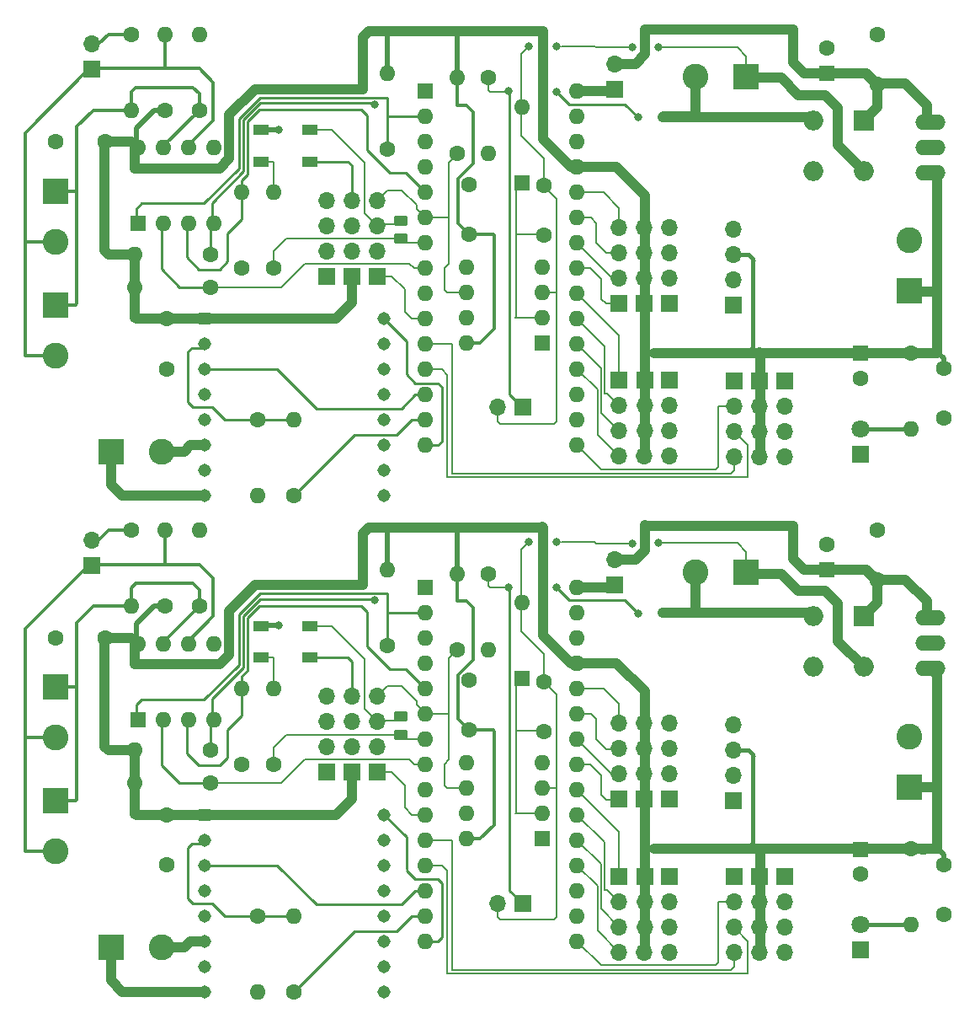
<source format=gbr>
%TF.GenerationSoftware,KiCad,Pcbnew,(6.0.11)*%
%TF.CreationDate,2023-10-15T10:12:36-04:00*%
%TF.ProjectId,MaxDuino_R1.4_Panelized,4d617844-7569-46e6-9f5f-52312e345f50,1.4*%
%TF.SameCoordinates,Original*%
%TF.FileFunction,Copper,L1,Top*%
%TF.FilePolarity,Positive*%
%FSLAX46Y46*%
G04 Gerber Fmt 4.6, Leading zero omitted, Abs format (unit mm)*
G04 Created by KiCad (PCBNEW (6.0.11)) date 2023-10-15 10:12:36*
%MOMM*%
%LPD*%
G01*
G04 APERTURE LIST*
G04 Aperture macros list*
%AMRoundRect*
0 Rectangle with rounded corners*
0 $1 Rounding radius*
0 $2 $3 $4 $5 $6 $7 $8 $9 X,Y pos of 4 corners*
0 Add a 4 corners polygon primitive as box body*
4,1,4,$2,$3,$4,$5,$6,$7,$8,$9,$2,$3,0*
0 Add four circle primitives for the rounded corners*
1,1,$1+$1,$2,$3*
1,1,$1+$1,$4,$5*
1,1,$1+$1,$6,$7*
1,1,$1+$1,$8,$9*
0 Add four rect primitives between the rounded corners*
20,1,$1+$1,$2,$3,$4,$5,0*
20,1,$1+$1,$4,$5,$6,$7,0*
20,1,$1+$1,$6,$7,$8,$9,0*
20,1,$1+$1,$8,$9,$2,$3,0*%
G04 Aperture macros list end*
%TA.AperFunction,ComponentPad*%
%ADD10R,1.600000X1.600000*%
%TD*%
%TA.AperFunction,ComponentPad*%
%ADD11O,1.600000X1.600000*%
%TD*%
%TA.AperFunction,ComponentPad*%
%ADD12C,1.600000*%
%TD*%
%TA.AperFunction,ComponentPad*%
%ADD13R,1.700000X1.700000*%
%TD*%
%TA.AperFunction,ComponentPad*%
%ADD14O,1.700000X1.700000*%
%TD*%
%TA.AperFunction,ComponentPad*%
%ADD15R,1.800000X1.800000*%
%TD*%
%TA.AperFunction,ComponentPad*%
%ADD16C,1.800000*%
%TD*%
%TA.AperFunction,ComponentPad*%
%ADD17R,2.600000X2.600000*%
%TD*%
%TA.AperFunction,ComponentPad*%
%ADD18C,2.600000*%
%TD*%
%TA.AperFunction,ComponentPad*%
%ADD19O,3.048000X1.524000*%
%TD*%
%TA.AperFunction,ComponentPad*%
%ADD20R,2.000000X2.000000*%
%TD*%
%TA.AperFunction,ComponentPad*%
%ADD21O,2.000000X2.000000*%
%TD*%
%TA.AperFunction,SMDPad,CuDef*%
%ADD22R,1.500000X1.000000*%
%TD*%
%TA.AperFunction,SMDPad,CuDef*%
%ADD23RoundRect,0.250000X0.450000X-0.262500X0.450000X0.262500X-0.450000X0.262500X-0.450000X-0.262500X0*%
%TD*%
%TA.AperFunction,ComponentPad*%
%ADD24R,1.308000X1.308000*%
%TD*%
%TA.AperFunction,ComponentPad*%
%ADD25C,1.308000*%
%TD*%
%TA.AperFunction,ViaPad*%
%ADD26C,0.800000*%
%TD*%
%TA.AperFunction,Conductor*%
%ADD27C,1.000000*%
%TD*%
%TA.AperFunction,Conductor*%
%ADD28C,0.250000*%
%TD*%
%TA.AperFunction,Conductor*%
%ADD29C,0.350000*%
%TD*%
%TA.AperFunction,Conductor*%
%ADD30C,0.200000*%
%TD*%
%TA.AperFunction,Conductor*%
%ADD31C,0.400000*%
%TD*%
%TA.AperFunction,Conductor*%
%ADD32C,0.500000*%
%TD*%
G04 APERTURE END LIST*
D10*
%TO.P,U2,1,NC*%
%TO.N,Board_0-unconnected-(U2-Pad1)*%
X69861600Y-48225800D03*
D11*
%TO.P,U2,2,A*%
%TO.N,Board_0-Net-(C5-Pad1)*%
X69861600Y-45685800D03*
%TO.P,U2,3,C*%
%TO.N,Board_0-DCC_in1*%
X69861600Y-43145800D03*
%TO.P,U2,4*%
%TO.N,N/C*%
X69861600Y-40605800D03*
%TO.P,U2,5,GND*%
%TO.N,Board_0-GND*%
X62241600Y-40605800D03*
%TO.P,U2,6,VO*%
%TO.N,Board_0-DCC_Sig*%
X62241600Y-43145800D03*
%TO.P,U2,7,EN*%
%TO.N,Board_0-unconnected-(U2-Pad7)*%
X62241600Y-45685800D03*
%TO.P,U2,8,VCC*%
%TO.N,Board_0-+5V*%
X62241600Y-48225800D03*
%TD*%
D10*
%TO.P,C1,1*%
%TO.N,Board_0-Vin*%
X98512800Y-21149400D03*
D12*
%TO.P,C1,2*%
%TO.N,Board_0-GND*%
X98512800Y-18649400D03*
%TD*%
D13*
%TO.P,J7-2,1,Pin_1*%
%TO.N,Board_1-+5V*%
X80124000Y-94088200D03*
D14*
%TO.P,J7-2,2,Pin_2*%
X80124000Y-91548200D03*
%TO.P,J7-2,3,Pin_3*%
X80124000Y-89008200D03*
%TO.P,J7-2,4,Pin_4*%
X80124000Y-86468200D03*
%TD*%
D13*
%TO.P,J5-2,1,Pin_1*%
%TO.N,Board_1-+5V*%
X91705600Y-101849800D03*
D14*
%TO.P,J5-2,2,Pin_2*%
X91705600Y-104389800D03*
%TO.P,J5-2,3,Pin_3*%
X91705600Y-106929800D03*
%TO.P,J5-2,4,Pin_4*%
X91705600Y-109469800D03*
%TD*%
D10*
%TO.P,D2,1,K*%
%TO.N,Board_0-Net-(C5-Pad1)*%
X67829600Y-32122200D03*
D11*
%TO.P,D2,2,A*%
%TO.N,Board_0-DCC_in1*%
X67829600Y-24502200D03*
%TD*%
D12*
%TO.P,C2,1*%
%TO.N,Board_1-Vin*%
X103542000Y-72061800D03*
%TO.P,C2,2*%
%TO.N,Board_1-GND*%
X103542000Y-67061800D03*
%TD*%
D13*
%TO.P,J8,1,Pin_1*%
%TO.N,Board_0-A4 {slash} I2C SDA*%
X89114800Y-44405800D03*
D14*
%TO.P,J8,2,Pin_2*%
%TO.N,Board_0-A5 {slash} I2C SCL*%
X89114800Y-41865800D03*
%TO.P,J8,3,Pin_3*%
%TO.N,Board_0-+5V*%
X89114800Y-39325800D03*
%TO.P,J8,4,Pin_4*%
%TO.N,Board_0-GND*%
X89114800Y-36785800D03*
%TD*%
D12*
%TO.P,R7,1*%
%TO.N,Board_1-Net-(JR1-Pad2)*%
X28510400Y-67047200D03*
D11*
%TO.P,R7,2*%
%TO.N,Board_1-Net-(J5-Pad1)*%
X28510400Y-74667200D03*
%TD*%
D15*
%TO.P,D3,1,K*%
%TO.N,Board_0-GND*%
X101865600Y-59401800D03*
D16*
%TO.P,D3,2,A*%
%TO.N,Board_0-Net-(D3-Pad2)*%
X101865600Y-56861800D03*
%TD*%
D17*
%TO.P,J6,1,Pin_1*%
%TO.N,Board_1-Net-(J5-Pad1)*%
X20890400Y-82795200D03*
D18*
%TO.P,J6,2,Pin_2*%
%TO.N,Board_1-Net-(J5-Pad2)*%
X20890400Y-87875200D03*
%TD*%
D17*
%TO.P,J4,1,Pin_1*%
%TO.N,Board_1-Net-(J4-Pad1)*%
X26478400Y-108957200D03*
D18*
%TO.P,J4,2,Pin_2*%
%TO.N,Board_1-Net-(J4-Pad2)*%
X31558400Y-108957200D03*
%TD*%
D12*
%TO.P,R13,1*%
%TO.N,Board_1-D4*%
X42836000Y-90542200D03*
D11*
%TO.P,R13,2*%
%TO.N,Board_1-Net-(D4-Pad2)*%
X42836000Y-82922200D03*
%TD*%
D13*
%TO.P,J6-3,1,Pin_1*%
%TO.N,Board_0-GND*%
X82614400Y-51995000D03*
D14*
%TO.P,J6-3,2,Pin_2*%
X82614400Y-54535000D03*
%TO.P,J6-3,3,Pin_3*%
X82614400Y-57075000D03*
%TO.P,J6-3,4,Pin_4*%
X82614400Y-59615000D03*
%TD*%
D10*
%TO.P,C4,1*%
%TO.N,Board_1-+5V*%
X101865600Y-99113421D03*
D12*
%TO.P,C4,2*%
%TO.N,Board_1-GND*%
X101865600Y-101613421D03*
%TD*%
%TO.P,R3,1*%
%TO.N,Board_1-GND*%
X39635600Y-90542200D03*
D11*
%TO.P,R3,2*%
%TO.N,Board_1-D2 DE*%
X39635600Y-82922200D03*
%TD*%
D13*
%TO.P,J8,1,Pin_1*%
%TO.N,Board_1-A4 {slash} I2C SDA*%
X89114800Y-94240600D03*
D14*
%TO.P,J8,2,Pin_2*%
%TO.N,Board_1-A5 {slash} I2C SCL*%
X89114800Y-91700600D03*
%TO.P,J8,3,Pin_3*%
%TO.N,Board_1-+5V*%
X89114800Y-89160600D03*
%TO.P,J8,4,Pin_4*%
%TO.N,Board_1-GND*%
X89114800Y-86620600D03*
%TD*%
D13*
%TO.P,JR1,1,Pin_1*%
%TO.N,Board_0-Net-(J5-Pad2)*%
X24548000Y-20748000D03*
D14*
%TO.P,JR1,2,Pin_2*%
%TO.N,Board_0-Net-(JR1-Pad2)*%
X24548000Y-18208000D03*
%TD*%
D10*
%TO.P,A1,1,D1/TX*%
%TO.N,Board_1-D1{slash}Tx*%
X58101400Y-72762200D03*
D11*
%TO.P,A1,2,D0/RX*%
%TO.N,Board_1-D0{slash}Rx*%
X58101400Y-75302200D03*
%TO.P,A1,3,~{RESET}*%
%TO.N,Board_1-unconnected-(A1-Pad3)*%
X58101400Y-77842200D03*
%TO.P,A1,4,GND*%
%TO.N,Board_1-GND*%
X58101400Y-80382200D03*
%TO.P,A1,5,D2*%
%TO.N,Board_1-D2 DE*%
X58101400Y-82922200D03*
%TO.P,A1,6,D3*%
%TO.N,Board_1-DCC_Sig*%
X58101400Y-85462200D03*
%TO.P,A1,7,D4*%
%TO.N,Board_1-D4*%
X58101400Y-88002200D03*
%TO.P,A1,8,D5*%
%TO.N,Board_1-D5 RE*%
X58101400Y-90542200D03*
%TO.P,A1,9,D6*%
%TO.N,Board_1-D6-PWM*%
X58101400Y-93082200D03*
%TO.P,A1,10,D7*%
%TO.N,Board_1-D7*%
X58101400Y-95622200D03*
%TO.P,A1,11,D8*%
%TO.N,Board_1-D8*%
X58101400Y-98162200D03*
%TO.P,A1,12,D9*%
%TO.N,Board_1-D9-PWM*%
X58101400Y-100702200D03*
%TO.P,A1,13,D10*%
%TO.N,Board_1-D10*%
X58101400Y-103242200D03*
%TO.P,A1,14,D11*%
%TO.N,Board_1-D11*%
X58101400Y-105782200D03*
%TO.P,A1,15,D12*%
%TO.N,Board_1-D12*%
X58101400Y-108322200D03*
%TO.P,A1,16,D13*%
%TO.N,Board_1-D13*%
X73341400Y-108322200D03*
%TO.P,A1,17,3V3*%
%TO.N,Board_1-unconnected-(A1-Pad17)*%
X73341400Y-105782200D03*
%TO.P,A1,18,AREF*%
%TO.N,Board_1-unconnected-(A1-Pad18)*%
X73341400Y-103242200D03*
%TO.P,A1,19,A0*%
%TO.N,Board_1-A0*%
X73341400Y-100702200D03*
%TO.P,A1,20,A1*%
%TO.N,Board_1-A1*%
X73341400Y-98162200D03*
%TO.P,A1,21,A2*%
%TO.N,Board_1-A2*%
X73341400Y-95622200D03*
%TO.P,A1,22,A3*%
%TO.N,Board_1-A3*%
X73341400Y-93082200D03*
%TO.P,A1,23,A4*%
%TO.N,Board_1-A4 {slash} I2C SDA*%
X73341400Y-90542200D03*
%TO.P,A1,24,A5*%
%TO.N,Board_1-A5 {slash} I2C SCL*%
X73341400Y-88002200D03*
%TO.P,A1,25,A6*%
%TO.N,Board_1-A6*%
X73341400Y-85462200D03*
%TO.P,A1,26,A7*%
%TO.N,Board_1-A7*%
X73341400Y-82922200D03*
%TO.P,A1,27,+5V*%
%TO.N,Board_1-+5V*%
X73341400Y-80382200D03*
%TO.P,A1,28,~{RESET}*%
%TO.N,Board_1-unconnected-(A1-Pad28)*%
X73341400Y-77842200D03*
%TO.P,A1,29,GND*%
%TO.N,Board_1-GND*%
X73341400Y-75302200D03*
%TO.P,A1,30,VIN*%
%TO.N,Board_1-VIN2*%
X73341400Y-72762200D03*
%TD*%
D13*
%TO.P,J2,1,Pin_1*%
%TO.N,Board_0-DCC_in2*%
X67931200Y-54677400D03*
D14*
%TO.P,J2,2,Pin_2*%
%TO.N,Board_0-DCC_in1*%
X65391200Y-54677400D03*
%TD*%
D13*
%TO.P,J5-1,1,Pin_1*%
%TO.N,Board_0-unconnected-(J5-1-Pad1)*%
X89149200Y-52015000D03*
D14*
%TO.P,J5-1,2,Pin_2*%
%TO.N,Board_0-D13*%
X89149200Y-54555000D03*
%TO.P,J5-1,3,Pin_3*%
%TO.N,Board_0-D9-PWM*%
X89149200Y-57095000D03*
%TO.P,J5-1,4,Pin_4*%
%TO.N,Board_0-D8*%
X89149200Y-59635000D03*
%TD*%
D12*
%TO.P,C6,1*%
%TO.N,Board_1-+5V*%
X32066400Y-95662200D03*
%TO.P,C6,2*%
%TO.N,Board_1-GND*%
X32066400Y-100662200D03*
%TD*%
%TO.P,C8,1*%
%TO.N,Board_0-+5V*%
X62495600Y-37303800D03*
%TO.P,C8,2*%
%TO.N,Board_0-GND*%
X62495600Y-32303800D03*
%TD*%
%TO.P,C8,1*%
%TO.N,Board_1-+5V*%
X62495600Y-87138600D03*
%TO.P,C8,2*%
%TO.N,Board_1-GND*%
X62495600Y-82138600D03*
%TD*%
%TO.P,C3,1*%
%TO.N,Board_0-+5V*%
X110247600Y-50805800D03*
%TO.P,C3,2*%
%TO.N,Board_0-GND*%
X110247600Y-55805800D03*
%TD*%
D13*
%TO.P,J6-2,1,Pin_1*%
%TO.N,Board_1-+5V*%
X80174400Y-101829800D03*
D14*
%TO.P,J6-2,2,Pin_2*%
X80174400Y-104369800D03*
%TO.P,J6-2,3,Pin_3*%
X80174400Y-106909800D03*
%TO.P,J6-2,4,Pin_4*%
X80072400Y-109439800D03*
%TD*%
D12*
%TO.P,R7,1*%
%TO.N,Board_0-Net-(JR1-Pad2)*%
X28510400Y-17212400D03*
D11*
%TO.P,R7,2*%
%TO.N,Board_0-Net-(J5-Pad1)*%
X28510400Y-24832400D03*
%TD*%
D19*
%TO.P,U1,1,IN*%
%TO.N,Board_1-Vin*%
X108916100Y-75861890D03*
%TO.P,U1,2,GND*%
%TO.N,Board_1-GND*%
X108916100Y-78401890D03*
%TO.P,U1,3,OUT*%
%TO.N,Board_1-+5V*%
X108916100Y-80941890D03*
%TD*%
D13*
%TO.P,J7-1,1,Pin_1*%
%TO.N,Board_0-A4 {slash} I2C SDA*%
X77583200Y-44253400D03*
D14*
%TO.P,J7-1,2,Pin_2*%
%TO.N,Board_0-A5 {slash} I2C SCL*%
X77583200Y-41713400D03*
%TO.P,J7-1,3,Pin_3*%
%TO.N,Board_0-A6*%
X77583200Y-39173400D03*
%TO.P,J7-1,4,Pin_4*%
%TO.N,Board_0-A7*%
X77583200Y-36633400D03*
%TD*%
D12*
%TO.P,R6,1*%
%TO.N,Board_0-Net-(R5-Pad2)*%
X41210400Y-55947400D03*
D11*
%TO.P,R6,2*%
%TO.N,Board_0-GND*%
X41210400Y-63567400D03*
%TD*%
D12*
%TO.P,R10,1*%
%TO.N,Board_0-D0{slash}Rx*%
X54291400Y-28769400D03*
D11*
%TO.P,R10,2*%
%TO.N,Board_0-+5V*%
X54291400Y-21149400D03*
%TD*%
D17*
%TO.P,J1,1,Pin_1*%
%TO.N,Board_1-DCC_in1*%
X90334000Y-71289000D03*
D18*
%TO.P,J1,2,Pin_2*%
%TO.N,Board_1-DCC_in2*%
X85254000Y-71289000D03*
%TD*%
D12*
%TO.P,R4,1*%
%TO.N,Board_0-DCC_Sig*%
X61327200Y-29226600D03*
D11*
%TO.P,R4,2*%
%TO.N,Board_0-+5V*%
X61327200Y-21606600D03*
%TD*%
D20*
%TO.P,D1,1,+*%
%TO.N,Board_1-Vin*%
X102170400Y-75708600D03*
D21*
%TO.P,D1,2*%
%TO.N,Board_1-DCC_in2*%
X97090400Y-75708600D03*
%TO.P,D1,3,-*%
%TO.N,Board_1-GND*%
X97090400Y-80788600D03*
%TO.P,D1,4*%
%TO.N,Board_1-DCC_in1*%
X102170400Y-80788600D03*
%TD*%
D10*
%TO.P,U3,1,RO*%
%TO.N,Board_0-D0{slash}Rx*%
X29180800Y-36227000D03*
D11*
%TO.P,U3,2,~{RE}*%
%TO.N,Board_0-D5 RE*%
X31720800Y-36227000D03*
%TO.P,U3,3,DE*%
%TO.N,Board_0-D2 DE*%
X34260800Y-36227000D03*
%TO.P,U3,4,DI*%
%TO.N,Board_0-D1{slash}Tx*%
X36800800Y-36227000D03*
%TO.P,U3,5,GND*%
%TO.N,Board_0-GND*%
X36800800Y-28607000D03*
%TO.P,U3,6,A*%
%TO.N,Board_0-Net-(J5-Pad2)*%
X34260800Y-28607000D03*
%TO.P,U3,7,B*%
%TO.N,Board_0-Net-(J5-Pad1)*%
X31720800Y-28607000D03*
%TO.P,U3,8,VCC*%
%TO.N,Board_0-+5V*%
X29180800Y-28607000D03*
%TD*%
D12*
%TO.P,R9,1*%
%TO.N,Board_1-Net-(J5-Pad1)*%
X35368400Y-74667200D03*
D11*
%TO.P,R9,2*%
%TO.N,Board_1-GND*%
X35368400Y-67047200D03*
%TD*%
D17*
%TO.P,J5,1,Pin_1*%
%TO.N,Board_0-Net-(J5-Pad1)*%
X20890400Y-44390400D03*
D18*
%TO.P,J5,2,Pin_2*%
%TO.N,Board_0-Net-(J5-Pad2)*%
X20890400Y-49470400D03*
%TD*%
D20*
%TO.P,D1,1,+*%
%TO.N,Board_0-Vin*%
X102170400Y-25873800D03*
D21*
%TO.P,D1,2*%
%TO.N,Board_0-DCC_in2*%
X97090400Y-25873800D03*
%TO.P,D1,3,-*%
%TO.N,Board_0-GND*%
X97090400Y-30953800D03*
%TO.P,D1,4*%
%TO.N,Board_0-DCC_in1*%
X102170400Y-30953800D03*
%TD*%
D12*
%TO.P,R2,1*%
%TO.N,Board_0-DCC_in2*%
X64476800Y-21606600D03*
D11*
%TO.P,R2,2*%
%TO.N,Board_0-Net-(C5-Pad1)*%
X64476800Y-29226600D03*
%TD*%
D13*
%TO.P,J6-1,1,Pin_1*%
%TO.N,Board_0-A3*%
X77583200Y-51995000D03*
D14*
%TO.P,J6-1,2,Pin_2*%
%TO.N,Board_0-A2*%
X77583200Y-54535000D03*
%TO.P,J6-1,3,Pin_3*%
%TO.N,Board_0-A1*%
X77583200Y-57075000D03*
%TO.P,J6-1,4,Pin_4*%
%TO.N,Board_0-A0*%
X77583200Y-59615000D03*
%TD*%
D22*
%TO.P,D4,1,VSS*%
%TO.N,Board_0-GND*%
X41605200Y-26813800D03*
%TO.P,D4,2,DIN*%
%TO.N,Board_0-Net-(D4-Pad2)*%
X41605200Y-30013800D03*
%TO.P,D4,3,VDD*%
%TO.N,Board_0-+5V*%
X46505200Y-30013800D03*
%TO.P,D4,4,DO*%
%TO.N,Board_0-D4-Hdr*%
X46505200Y-26813800D03*
%TD*%
D17*
%TO.P,J1,1,Pin_1*%
%TO.N,Board_0-DCC_in1*%
X90334000Y-21454200D03*
D18*
%TO.P,J1,2,Pin_2*%
%TO.N,Board_0-DCC_in2*%
X85254000Y-21454200D03*
%TD*%
D17*
%TO.P,J6,1,Pin_1*%
%TO.N,Board_0-Net-(J5-Pad1)*%
X20890400Y-32960400D03*
D18*
%TO.P,J6,2,Pin_2*%
%TO.N,Board_0-Net-(J5-Pad2)*%
X20890400Y-38040400D03*
%TD*%
D13*
%TO.P,J4-2,1,Pin_1*%
%TO.N,Board_1-+5V*%
X50710800Y-91355000D03*
D14*
%TO.P,J4-2,2,Pin_2*%
X50710800Y-88815000D03*
%TO.P,J4-2,3,Pin_3*%
X50710800Y-86275000D03*
%TO.P,J4-2,4,Pin_4*%
X50710800Y-83735000D03*
%TD*%
D12*
%TO.P,R10,1*%
%TO.N,Board_1-D0{slash}Rx*%
X54291400Y-78604200D03*
D11*
%TO.P,R10,2*%
%TO.N,Board_1-+5V*%
X54291400Y-70984200D03*
%TD*%
D12*
%TO.P,R4,1*%
%TO.N,Board_1-DCC_Sig*%
X61327200Y-79061400D03*
D11*
%TO.P,R4,2*%
%TO.N,Board_1-+5V*%
X61327200Y-71441400D03*
%TD*%
D13*
%TO.P,J7-1,1,Pin_1*%
%TO.N,Board_1-A4 {slash} I2C SDA*%
X77583200Y-94088200D03*
D14*
%TO.P,J7-1,2,Pin_2*%
%TO.N,Board_1-A5 {slash} I2C SCL*%
X77583200Y-91548200D03*
%TO.P,J7-1,3,Pin_3*%
%TO.N,Board_1-A6*%
X77583200Y-89008200D03*
%TO.P,J7-1,4,Pin_4*%
%TO.N,Board_1-A7*%
X77583200Y-86468200D03*
%TD*%
D13*
%TO.P,J6-1,1,Pin_1*%
%TO.N,Board_1-A3*%
X77583200Y-101829800D03*
D14*
%TO.P,J6-1,2,Pin_2*%
%TO.N,Board_1-A2*%
X77583200Y-104369800D03*
%TO.P,J6-1,3,Pin_3*%
%TO.N,Board_1-A1*%
X77583200Y-106909800D03*
%TO.P,J6-1,4,Pin_4*%
%TO.N,Board_1-A0*%
X77583200Y-109449800D03*
%TD*%
D12*
%TO.P,R5,1*%
%TO.N,Board_0-D11*%
X44893400Y-63567400D03*
D11*
%TO.P,R5,2*%
%TO.N,Board_0-Net-(R5-Pad2)*%
X44893400Y-55947400D03*
%TD*%
D12*
%TO.P,R2,1*%
%TO.N,Board_1-DCC_in2*%
X64476800Y-71441400D03*
D11*
%TO.P,R2,2*%
%TO.N,Board_1-Net-(C5-Pad1)*%
X64476800Y-79061400D03*
%TD*%
D10*
%TO.P,A1,1,D1/TX*%
%TO.N,Board_0-D1{slash}Tx*%
X58101400Y-22927400D03*
D11*
%TO.P,A1,2,D0/RX*%
%TO.N,Board_0-D0{slash}Rx*%
X58101400Y-25467400D03*
%TO.P,A1,3,~{RESET}*%
%TO.N,Board_0-unconnected-(A1-Pad3)*%
X58101400Y-28007400D03*
%TO.P,A1,4,GND*%
%TO.N,Board_0-GND*%
X58101400Y-30547400D03*
%TO.P,A1,5,D2*%
%TO.N,Board_0-D2 DE*%
X58101400Y-33087400D03*
%TO.P,A1,6,D3*%
%TO.N,Board_0-DCC_Sig*%
X58101400Y-35627400D03*
%TO.P,A1,7,D4*%
%TO.N,Board_0-D4*%
X58101400Y-38167400D03*
%TO.P,A1,8,D5*%
%TO.N,Board_0-D5 RE*%
X58101400Y-40707400D03*
%TO.P,A1,9,D6*%
%TO.N,Board_0-D6-PWM*%
X58101400Y-43247400D03*
%TO.P,A1,10,D7*%
%TO.N,Board_0-D7*%
X58101400Y-45787400D03*
%TO.P,A1,11,D8*%
%TO.N,Board_0-D8*%
X58101400Y-48327400D03*
%TO.P,A1,12,D9*%
%TO.N,Board_0-D9-PWM*%
X58101400Y-50867400D03*
%TO.P,A1,13,D10*%
%TO.N,Board_0-D10*%
X58101400Y-53407400D03*
%TO.P,A1,14,D11*%
%TO.N,Board_0-D11*%
X58101400Y-55947400D03*
%TO.P,A1,15,D12*%
%TO.N,Board_0-D12*%
X58101400Y-58487400D03*
%TO.P,A1,16,D13*%
%TO.N,Board_0-D13*%
X73341400Y-58487400D03*
%TO.P,A1,17,3V3*%
%TO.N,Board_0-unconnected-(A1-Pad17)*%
X73341400Y-55947400D03*
%TO.P,A1,18,AREF*%
%TO.N,Board_0-unconnected-(A1-Pad18)*%
X73341400Y-53407400D03*
%TO.P,A1,19,A0*%
%TO.N,Board_0-A0*%
X73341400Y-50867400D03*
%TO.P,A1,20,A1*%
%TO.N,Board_0-A1*%
X73341400Y-48327400D03*
%TO.P,A1,21,A2*%
%TO.N,Board_0-A2*%
X73341400Y-45787400D03*
%TO.P,A1,22,A3*%
%TO.N,Board_0-A3*%
X73341400Y-43247400D03*
%TO.P,A1,23,A4*%
%TO.N,Board_0-A4 {slash} I2C SDA*%
X73341400Y-40707400D03*
%TO.P,A1,24,A5*%
%TO.N,Board_0-A5 {slash} I2C SCL*%
X73341400Y-38167400D03*
%TO.P,A1,25,A6*%
%TO.N,Board_0-A6*%
X73341400Y-35627400D03*
%TO.P,A1,26,A7*%
%TO.N,Board_0-A7*%
X73341400Y-33087400D03*
%TO.P,A1,27,+5V*%
%TO.N,Board_0-+5V*%
X73341400Y-30547400D03*
%TO.P,A1,28,~{RESET}*%
%TO.N,Board_0-unconnected-(A1-Pad28)*%
X73341400Y-28007400D03*
%TO.P,A1,29,GND*%
%TO.N,Board_0-GND*%
X73341400Y-25467400D03*
%TO.P,A1,30,VIN*%
%TO.N,Board_0-VIN2*%
X73341400Y-22927400D03*
%TD*%
D13*
%TO.P,J2,1,Pin_1*%
%TO.N,Board_1-DCC_in2*%
X67931200Y-104512200D03*
D14*
%TO.P,J2,2,Pin_2*%
%TO.N,Board_1-DCC_in1*%
X65391200Y-104512200D03*
%TD*%
D22*
%TO.P,D4,1,VSS*%
%TO.N,Board_1-GND*%
X41605200Y-76648600D03*
%TO.P,D4,2,DIN*%
%TO.N,Board_1-Net-(D4-Pad2)*%
X41605200Y-79848600D03*
%TO.P,D4,3,VDD*%
%TO.N,Board_1-+5V*%
X46505200Y-79848600D03*
%TO.P,D4,4,DO*%
%TO.N,Board_1-D4-Hdr*%
X46505200Y-76648600D03*
%TD*%
D12*
%TO.P,R8,1*%
%TO.N,Board_0-+5V*%
X31939400Y-24832400D03*
D11*
%TO.P,R8,2*%
%TO.N,Board_0-Net-(J5-Pad2)*%
X31939400Y-17212400D03*
%TD*%
D12*
%TO.P,R13,1*%
%TO.N,Board_0-D4*%
X42836000Y-40707400D03*
D11*
%TO.P,R13,2*%
%TO.N,Board_0-Net-(D4-Pad2)*%
X42836000Y-33087400D03*
%TD*%
D12*
%TO.P,R3,1*%
%TO.N,Board_0-GND*%
X39635600Y-40707400D03*
D11*
%TO.P,R3,2*%
%TO.N,Board_0-D2 DE*%
X39635600Y-33087400D03*
%TD*%
D12*
%TO.P,R12,1*%
%TO.N,Board_0-D1{slash}Tx*%
X36501400Y-39310400D03*
D11*
%TO.P,R12,2*%
%TO.N,Board_0-+5V*%
X28881400Y-39310400D03*
%TD*%
D13*
%TO.P,J3,1,Pin_1*%
%TO.N,Board_1-VIN2*%
X77126000Y-72559000D03*
D14*
%TO.P,J3,2,Pin_2*%
%TO.N,Board_1-Vin*%
X77126000Y-70019000D03*
%TD*%
D12*
%TO.P,R11,1*%
%TO.N,Board_0-D5 RE*%
X36501400Y-42612400D03*
D11*
%TO.P,R11,2*%
%TO.N,Board_0-+5V*%
X28881400Y-42612400D03*
%TD*%
D10*
%TO.P,C1,1*%
%TO.N,Board_1-Vin*%
X98512800Y-70984200D03*
D12*
%TO.P,C1,2*%
%TO.N,Board_1-GND*%
X98512800Y-68484200D03*
%TD*%
D13*
%TO.P,J4-3,1,Pin_1*%
%TO.N,Board_0-GND*%
X48170000Y-41520200D03*
D14*
%TO.P,J4-3,2,Pin_2*%
X48170000Y-38980200D03*
%TO.P,J4-3,3,Pin_3*%
X48170000Y-36440200D03*
%TO.P,J4-3,4,Pin_4*%
X48170000Y-33900200D03*
%TD*%
D12*
%TO.P,R11,1*%
%TO.N,Board_1-D5 RE*%
X36501400Y-92447200D03*
D11*
%TO.P,R11,2*%
%TO.N,Board_1-+5V*%
X28881400Y-92447200D03*
%TD*%
D13*
%TO.P,J3,1,Pin_1*%
%TO.N,Board_0-VIN2*%
X77126000Y-22724200D03*
D14*
%TO.P,J3,2,Pin_2*%
%TO.N,Board_0-Vin*%
X77126000Y-20184200D03*
%TD*%
D23*
%TO.P,R14,1*%
%TO.N,Board_1-D4*%
X55637600Y-87593900D03*
%TO.P,R14,2*%
%TO.N,Board_1-D4-Hdr*%
X55637600Y-85768900D03*
%TD*%
D12*
%TO.P,C7,1*%
%TO.N,Board_1-+5V*%
X25930400Y-77842200D03*
%TO.P,C7,2*%
%TO.N,Board_1-GND*%
X20930400Y-77842200D03*
%TD*%
D17*
%TO.P,J5,1,Pin_1*%
%TO.N,Board_1-Net-(J5-Pad1)*%
X20890400Y-94225200D03*
D18*
%TO.P,J5,2,Pin_2*%
%TO.N,Board_1-Net-(J5-Pad2)*%
X20890400Y-99305200D03*
%TD*%
D12*
%TO.P,R9,1*%
%TO.N,Board_0-Net-(J5-Pad1)*%
X35368400Y-24832400D03*
D11*
%TO.P,R9,2*%
%TO.N,Board_0-GND*%
X35368400Y-17212400D03*
%TD*%
D13*
%TO.P,J5-3,1,Pin_1*%
%TO.N,Board_0-GND*%
X94246400Y-52015000D03*
D14*
%TO.P,J5-3,2,Pin_2*%
X94246400Y-54555000D03*
%TO.P,J5-3,3,Pin_3*%
X94246400Y-57095000D03*
%TO.P,J5-3,4,Pin_4*%
X94246400Y-59635000D03*
%TD*%
D12*
%TO.P,C5,1*%
%TO.N,Board_0-Net-(C5-Pad1)*%
X70014000Y-37416200D03*
%TO.P,C5,2*%
%TO.N,Board_0-DCC_in1*%
X70014000Y-32416200D03*
%TD*%
D10*
%TO.P,C4,1*%
%TO.N,Board_0-+5V*%
X101865600Y-49278621D03*
D12*
%TO.P,C4,2*%
%TO.N,Board_0-GND*%
X101865600Y-51778621D03*
%TD*%
%TO.P,C7,1*%
%TO.N,Board_0-+5V*%
X25930400Y-28007400D03*
%TO.P,C7,2*%
%TO.N,Board_0-GND*%
X20930400Y-28007400D03*
%TD*%
D13*
%TO.P,J7-2,1,Pin_1*%
%TO.N,Board_0-+5V*%
X80124000Y-44253400D03*
D14*
%TO.P,J7-2,2,Pin_2*%
X80124000Y-41713400D03*
%TO.P,J7-2,3,Pin_3*%
X80124000Y-39173400D03*
%TO.P,J7-2,4,Pin_4*%
X80124000Y-36633400D03*
%TD*%
D23*
%TO.P,R14,1*%
%TO.N,Board_0-D4*%
X55637600Y-37759100D03*
%TO.P,R14,2*%
%TO.N,Board_0-D4-Hdr*%
X55637600Y-35934100D03*
%TD*%
D13*
%TO.P,J4-1,1,Pin_1*%
%TO.N,Board_1-D7*%
X53251600Y-91355000D03*
D14*
%TO.P,J4-1,2,Pin_2*%
%TO.N,Board_1-D6-PWM*%
X53251600Y-88815000D03*
%TO.P,J4-1,3,Pin_3*%
%TO.N,Board_1-D4-Hdr*%
X53251600Y-86275000D03*
%TO.P,J4-1,4,Pin_4*%
%TO.N,Board_1-DCC_Sig*%
X53251600Y-83735000D03*
%TD*%
D17*
%TO.P,J7,1,Pin_1*%
%TO.N,Board_1-+5V*%
X106793200Y-92828200D03*
D18*
%TO.P,J7,2,Pin_2*%
%TO.N,Board_1-GND*%
X106793200Y-87748200D03*
%TD*%
D15*
%TO.P,D3,1,K*%
%TO.N,Board_1-GND*%
X101865600Y-109236600D03*
D16*
%TO.P,D3,2,A*%
%TO.N,Board_1-Net-(D3-Pad2)*%
X101865600Y-106696600D03*
%TD*%
D12*
%TO.P,R6,1*%
%TO.N,Board_1-Net-(R5-Pad2)*%
X41210400Y-105782200D03*
D11*
%TO.P,R6,2*%
%TO.N,Board_1-GND*%
X41210400Y-113402200D03*
%TD*%
D13*
%TO.P,J6-2,1,Pin_1*%
%TO.N,Board_0-+5V*%
X80174400Y-51995000D03*
D14*
%TO.P,J6-2,2,Pin_2*%
X80174400Y-54535000D03*
%TO.P,J6-2,3,Pin_3*%
X80174400Y-57075000D03*
%TO.P,J6-2,4,Pin_4*%
X80072400Y-59605000D03*
%TD*%
D17*
%TO.P,J4,1,Pin_1*%
%TO.N,Board_0-Net-(J4-Pad1)*%
X26478400Y-59122400D03*
D18*
%TO.P,J4,2,Pin_2*%
%TO.N,Board_0-Net-(J4-Pad2)*%
X31558400Y-59122400D03*
%TD*%
D12*
%TO.P,R8,1*%
%TO.N,Board_1-+5V*%
X31939400Y-74667200D03*
D11*
%TO.P,R8,2*%
%TO.N,Board_1-Net-(J5-Pad2)*%
X31939400Y-67047200D03*
%TD*%
D12*
%TO.P,C6,1*%
%TO.N,Board_0-+5V*%
X32066400Y-45827400D03*
%TO.P,C6,2*%
%TO.N,Board_0-GND*%
X32066400Y-50827400D03*
%TD*%
D10*
%TO.P,D2,1,K*%
%TO.N,Board_1-Net-(C5-Pad1)*%
X67829600Y-81957000D03*
D11*
%TO.P,D2,2,A*%
%TO.N,Board_1-DCC_in1*%
X67829600Y-74337000D03*
%TD*%
D13*
%TO.P,J4-1,1,Pin_1*%
%TO.N,Board_0-D7*%
X53251600Y-41520200D03*
D14*
%TO.P,J4-1,2,Pin_2*%
%TO.N,Board_0-D6-PWM*%
X53251600Y-38980200D03*
%TO.P,J4-1,3,Pin_3*%
%TO.N,Board_0-D4-Hdr*%
X53251600Y-36440200D03*
%TO.P,J4-1,4,Pin_4*%
%TO.N,Board_0-DCC_Sig*%
X53251600Y-33900200D03*
%TD*%
D12*
%TO.P,C2,1*%
%TO.N,Board_0-Vin*%
X103542000Y-22227000D03*
%TO.P,C2,2*%
%TO.N,Board_0-GND*%
X103542000Y-17227000D03*
%TD*%
%TO.P,R12,1*%
%TO.N,Board_1-D1{slash}Tx*%
X36501400Y-89145200D03*
D11*
%TO.P,R12,2*%
%TO.N,Board_1-+5V*%
X28881400Y-89145200D03*
%TD*%
D13*
%TO.P,J7-3,1,Pin_1*%
%TO.N,Board_1-GND*%
X82663200Y-94088200D03*
D14*
%TO.P,J7-3,2,Pin_2*%
X82663200Y-91548200D03*
%TO.P,J7-3,3,Pin_3*%
X82663200Y-89008200D03*
%TO.P,J7-3,4,Pin_4*%
X82663200Y-86468200D03*
%TD*%
D13*
%TO.P,J4-3,1,Pin_1*%
%TO.N,Board_1-GND*%
X48170000Y-91355000D03*
D14*
%TO.P,J4-3,2,Pin_2*%
X48170000Y-88815000D03*
%TO.P,J4-3,3,Pin_3*%
X48170000Y-86275000D03*
%TO.P,J4-3,4,Pin_4*%
X48170000Y-83735000D03*
%TD*%
D13*
%TO.P,J5-3,1,Pin_1*%
%TO.N,Board_1-GND*%
X94246400Y-101849800D03*
D14*
%TO.P,J5-3,2,Pin_2*%
X94246400Y-104389800D03*
%TO.P,J5-3,3,Pin_3*%
X94246400Y-106929800D03*
%TO.P,J5-3,4,Pin_4*%
X94246400Y-109469800D03*
%TD*%
D13*
%TO.P,J5-2,1,Pin_1*%
%TO.N,Board_0-+5V*%
X91705600Y-52015000D03*
D14*
%TO.P,J5-2,2,Pin_2*%
X91705600Y-54555000D03*
%TO.P,J5-2,3,Pin_3*%
X91705600Y-57095000D03*
%TO.P,J5-2,4,Pin_4*%
X91705600Y-59635000D03*
%TD*%
D19*
%TO.P,U1,1,IN*%
%TO.N,Board_0-Vin*%
X108916100Y-26027090D03*
%TO.P,U1,2,GND*%
%TO.N,Board_0-GND*%
X108916100Y-28567090D03*
%TO.P,U1,3,OUT*%
%TO.N,Board_0-+5V*%
X108916100Y-31107090D03*
%TD*%
D12*
%TO.P,R1,1*%
%TO.N,Board_0-+5V*%
X106945600Y-49241800D03*
D11*
%TO.P,R1,2*%
%TO.N,Board_0-Net-(D3-Pad2)*%
X106945600Y-56861800D03*
%TD*%
D17*
%TO.P,J7,1,Pin_1*%
%TO.N,Board_0-+5V*%
X106793200Y-42993400D03*
D18*
%TO.P,J7,2,Pin_2*%
%TO.N,Board_0-GND*%
X106793200Y-37913400D03*
%TD*%
D10*
%TO.P,U3,1,RO*%
%TO.N,Board_1-D0{slash}Rx*%
X29180800Y-86061800D03*
D11*
%TO.P,U3,2,~{RE}*%
%TO.N,Board_1-D5 RE*%
X31720800Y-86061800D03*
%TO.P,U3,3,DE*%
%TO.N,Board_1-D2 DE*%
X34260800Y-86061800D03*
%TO.P,U3,4,DI*%
%TO.N,Board_1-D1{slash}Tx*%
X36800800Y-86061800D03*
%TO.P,U3,5,GND*%
%TO.N,Board_1-GND*%
X36800800Y-78441800D03*
%TO.P,U3,6,A*%
%TO.N,Board_1-Net-(J5-Pad2)*%
X34260800Y-78441800D03*
%TO.P,U3,7,B*%
%TO.N,Board_1-Net-(J5-Pad1)*%
X31720800Y-78441800D03*
%TO.P,U3,8,VCC*%
%TO.N,Board_1-+5V*%
X29180800Y-78441800D03*
%TD*%
D24*
%TO.P,U4,1,VCC*%
%TO.N,Board_1-+5V*%
X35904900Y-95622200D03*
D25*
%TO.P,U4,2,RX*%
%TO.N,Board_1-Net-(R5-Pad2)*%
X35904900Y-98162200D03*
%TO.P,U4,3,TX*%
%TO.N,Board_1-D10*%
X35904900Y-100702200D03*
%TO.P,U4,4,DAC_R*%
%TO.N,Board_1-unconnected-(U4-Pad4)*%
X35904900Y-103242200D03*
%TO.P,U4,5,DAC_L*%
%TO.N,Board_1-unconnected-(U4-Pad5)*%
X35904900Y-105782200D03*
%TO.P,U4,6,SPK1*%
%TO.N,Board_1-Net-(J4-Pad2)*%
X35904900Y-108322200D03*
%TO.P,U4,7,GND*%
%TO.N,Board_1-GND*%
X35904900Y-110862200D03*
%TO.P,U4,8,SPK2*%
%TO.N,Board_1-Net-(J4-Pad1)*%
X35904900Y-113402200D03*
%TO.P,U4,9,IO1*%
%TO.N,Board_1-unconnected-(U4-Pad9)*%
X53938900Y-113402200D03*
%TO.P,U4,10,GND*%
%TO.N,Board_1-GND*%
X53938900Y-110862200D03*
%TO.P,U4,11,IO2*%
%TO.N,Board_1-unconnected-(U4-Pad11)*%
X53938900Y-108322200D03*
%TO.P,U4,12,ADKEY1*%
%TO.N,Board_1-unconnected-(U4-Pad12)*%
X53938900Y-105782200D03*
%TO.P,U4,13,ADKEY2*%
%TO.N,Board_1-unconnected-(U4-Pad13)*%
X53938900Y-103242200D03*
%TO.P,U4,14,USB+*%
%TO.N,Board_1-unconnected-(U4-Pad14)*%
X53938900Y-100702200D03*
%TO.P,U4,15,USB-*%
%TO.N,Board_1-unconnected-(U4-Pad15)*%
X53938900Y-98162200D03*
%TO.P,U4,16,BUSY*%
%TO.N,Board_1-D12*%
X53938900Y-95622200D03*
%TD*%
D13*
%TO.P,J4-2,1,Pin_1*%
%TO.N,Board_0-+5V*%
X50710800Y-41520200D03*
D14*
%TO.P,J4-2,2,Pin_2*%
X50710800Y-38980200D03*
%TO.P,J4-2,3,Pin_3*%
X50710800Y-36440200D03*
%TO.P,J4-2,4,Pin_4*%
X50710800Y-33900200D03*
%TD*%
D12*
%TO.P,R1,1*%
%TO.N,Board_1-+5V*%
X106945600Y-99076600D03*
D11*
%TO.P,R1,2*%
%TO.N,Board_1-Net-(D3-Pad2)*%
X106945600Y-106696600D03*
%TD*%
D12*
%TO.P,C3,1*%
%TO.N,Board_1-+5V*%
X110247600Y-100640600D03*
%TO.P,C3,2*%
%TO.N,Board_1-GND*%
X110247600Y-105640600D03*
%TD*%
D13*
%TO.P,J5-1,1,Pin_1*%
%TO.N,Board_1-unconnected-(J5-1-Pad1)*%
X89149200Y-101849800D03*
D14*
%TO.P,J5-1,2,Pin_2*%
%TO.N,Board_1-D13*%
X89149200Y-104389800D03*
%TO.P,J5-1,3,Pin_3*%
%TO.N,Board_1-D9-PWM*%
X89149200Y-106929800D03*
%TO.P,J5-1,4,Pin_4*%
%TO.N,Board_1-D8*%
X89149200Y-109469800D03*
%TD*%
D13*
%TO.P,J6-3,1,Pin_1*%
%TO.N,Board_1-GND*%
X82614400Y-101829800D03*
D14*
%TO.P,J6-3,2,Pin_2*%
X82614400Y-104369800D03*
%TO.P,J6-3,3,Pin_3*%
X82614400Y-106909800D03*
%TO.P,J6-3,4,Pin_4*%
X82614400Y-109449800D03*
%TD*%
D10*
%TO.P,U2,1,NC*%
%TO.N,Board_1-unconnected-(U2-Pad1)*%
X69861600Y-98060600D03*
D11*
%TO.P,U2,2,A*%
%TO.N,Board_1-Net-(C5-Pad1)*%
X69861600Y-95520600D03*
%TO.P,U2,3,C*%
%TO.N,Board_1-DCC_in1*%
X69861600Y-92980600D03*
%TO.P,U2,4*%
%TO.N,N/C*%
X69861600Y-90440600D03*
%TO.P,U2,5,GND*%
%TO.N,Board_1-GND*%
X62241600Y-90440600D03*
%TO.P,U2,6,VO*%
%TO.N,Board_1-DCC_Sig*%
X62241600Y-92980600D03*
%TO.P,U2,7,EN*%
%TO.N,Board_1-unconnected-(U2-Pad7)*%
X62241600Y-95520600D03*
%TO.P,U2,8,VCC*%
%TO.N,Board_1-+5V*%
X62241600Y-98060600D03*
%TD*%
D13*
%TO.P,JR1,1,Pin_1*%
%TO.N,Board_1-Net-(J5-Pad2)*%
X24548000Y-70582800D03*
D14*
%TO.P,JR1,2,Pin_2*%
%TO.N,Board_1-Net-(JR1-Pad2)*%
X24548000Y-68042800D03*
%TD*%
D13*
%TO.P,J7-3,1,Pin_1*%
%TO.N,Board_0-GND*%
X82663200Y-44253400D03*
D14*
%TO.P,J7-3,2,Pin_2*%
X82663200Y-41713400D03*
%TO.P,J7-3,3,Pin_3*%
X82663200Y-39173400D03*
%TO.P,J7-3,4,Pin_4*%
X82663200Y-36633400D03*
%TD*%
D24*
%TO.P,U4,1,VCC*%
%TO.N,Board_0-+5V*%
X35904900Y-45787400D03*
D25*
%TO.P,U4,2,RX*%
%TO.N,Board_0-Net-(R5-Pad2)*%
X35904900Y-48327400D03*
%TO.P,U4,3,TX*%
%TO.N,Board_0-D10*%
X35904900Y-50867400D03*
%TO.P,U4,4,DAC_R*%
%TO.N,Board_0-unconnected-(U4-Pad4)*%
X35904900Y-53407400D03*
%TO.P,U4,5,DAC_L*%
%TO.N,Board_0-unconnected-(U4-Pad5)*%
X35904900Y-55947400D03*
%TO.P,U4,6,SPK1*%
%TO.N,Board_0-Net-(J4-Pad2)*%
X35904900Y-58487400D03*
%TO.P,U4,7,GND*%
%TO.N,Board_0-GND*%
X35904900Y-61027400D03*
%TO.P,U4,8,SPK2*%
%TO.N,Board_0-Net-(J4-Pad1)*%
X35904900Y-63567400D03*
%TO.P,U4,9,IO1*%
%TO.N,Board_0-unconnected-(U4-Pad9)*%
X53938900Y-63567400D03*
%TO.P,U4,10,GND*%
%TO.N,Board_0-GND*%
X53938900Y-61027400D03*
%TO.P,U4,11,IO2*%
%TO.N,Board_0-unconnected-(U4-Pad11)*%
X53938900Y-58487400D03*
%TO.P,U4,12,ADKEY1*%
%TO.N,Board_0-unconnected-(U4-Pad12)*%
X53938900Y-55947400D03*
%TO.P,U4,13,ADKEY2*%
%TO.N,Board_0-unconnected-(U4-Pad13)*%
X53938900Y-53407400D03*
%TO.P,U4,14,USB+*%
%TO.N,Board_0-unconnected-(U4-Pad14)*%
X53938900Y-50867400D03*
%TO.P,U4,15,USB-*%
%TO.N,Board_0-unconnected-(U4-Pad15)*%
X53938900Y-48327400D03*
%TO.P,U4,16,BUSY*%
%TO.N,Board_0-D12*%
X53938900Y-45787400D03*
%TD*%
D12*
%TO.P,R5,1*%
%TO.N,Board_1-D11*%
X44893400Y-113402200D03*
D11*
%TO.P,R5,2*%
%TO.N,Board_1-Net-(R5-Pad2)*%
X44893400Y-105782200D03*
%TD*%
D12*
%TO.P,C5,1*%
%TO.N,Board_1-Net-(C5-Pad1)*%
X70014000Y-87251000D03*
%TO.P,C5,2*%
%TO.N,Board_1-DCC_in1*%
X70014000Y-82251000D03*
%TD*%
D26*
%TO.N,Board_1-GND*%
X43394800Y-76623000D03*
%TO.N,Board_1-DCC_in2*%
X71284000Y-72813000D03*
X66458000Y-72762200D03*
X81952000Y-75353000D03*
X79513600Y-75403800D03*
%TO.N,Board_1-DCC_in1*%
X78954800Y-68393400D03*
X81545600Y-68342600D03*
X71334800Y-68241000D03*
X68540800Y-68241000D03*
%TO.N,Board_1-D1{slash}Tx*%
X52996000Y-74096100D03*
%TO.N,Board_0-GND*%
X43394800Y-26788200D03*
%TO.N,Board_0-DCC_in2*%
X71284000Y-22978200D03*
X66458000Y-22927400D03*
X81952000Y-25518200D03*
X79513600Y-25569000D03*
%TO.N,Board_0-DCC_in1*%
X78954800Y-18558600D03*
X81545600Y-18507800D03*
X71334800Y-18406200D03*
X68540800Y-18406200D03*
%TO.N,Board_0-D1{slash}Tx*%
X52996000Y-24261300D03*
%TD*%
D27*
%TO.N,Board_1-Vin*%
X108520400Y-74159200D02*
X106361400Y-72000200D01*
X103542000Y-72061800D02*
X102464400Y-70984200D01*
X80224800Y-66564600D02*
X80224800Y-69053800D01*
X103542000Y-74337000D02*
X103542000Y-72061800D01*
X80224800Y-69053800D02*
X79259600Y-70019000D01*
X79259600Y-70019000D02*
X77126000Y-70019000D01*
X102337400Y-70984200D02*
X96176000Y-70984200D01*
X108520400Y-75810200D02*
X108520400Y-74159200D01*
X106361400Y-72000200D02*
X103353400Y-72000200D01*
X96176000Y-70984200D02*
X95109200Y-69917400D01*
X102170400Y-75708600D02*
X103542000Y-74337000D01*
X95109200Y-66615400D02*
X80275600Y-66615400D01*
X95109200Y-69917400D02*
X95109200Y-66615400D01*
X103353400Y-72000200D02*
X102337400Y-70984200D01*
X102464400Y-70984200D02*
X98512800Y-70984200D01*
%TO.N,Board_1-VIN2*%
X76872000Y-72762200D02*
X73341400Y-72762200D01*
D28*
%TO.N,Board_1-Net-(R5-Pad2)*%
X41210400Y-105782200D02*
X44893400Y-105782200D01*
X36638400Y-104512200D02*
X37908400Y-105782200D01*
X37908400Y-105782200D02*
X41210400Y-105782200D01*
X35904900Y-98543200D02*
X34606400Y-98543200D01*
X34225400Y-104004200D02*
X34733400Y-104512200D01*
X34606400Y-98543200D02*
X34225400Y-98924200D01*
X34225400Y-98924200D02*
X34225400Y-104004200D01*
X34606400Y-104512200D02*
X36638400Y-104512200D01*
D29*
%TO.N,Board_1-Net-(JR1-Pad2)*%
X28510400Y-67047200D02*
X26224400Y-67047200D01*
X26224400Y-67047200D02*
X25330400Y-67941200D01*
%TO.N,Board_1-Net-(J5-Pad2)*%
X17842400Y-87875200D02*
X17842400Y-76953200D01*
X17842400Y-76953200D02*
X24314400Y-70481200D01*
X20890400Y-99305200D02*
X17842400Y-99305200D01*
X36765400Y-75683200D02*
X34098400Y-78350200D01*
X17842400Y-99305200D02*
X17842400Y-87875200D01*
X31939400Y-67047200D02*
X31939400Y-70481200D01*
X36765400Y-71873200D02*
X36765400Y-75683200D01*
X35368400Y-70476200D02*
X36765400Y-71873200D01*
X31939400Y-70476200D02*
X35368400Y-70476200D01*
X20890400Y-87875200D02*
X17842400Y-87875200D01*
X31939400Y-70481200D02*
X24573400Y-70481200D01*
%TO.N,Board_1-Net-(J5-Pad1)*%
X28510400Y-74667200D02*
X24700400Y-74667200D01*
X34733400Y-72381200D02*
X35368400Y-73016200D01*
X23049400Y-82795200D02*
X23049400Y-94098200D01*
X20890400Y-82795200D02*
X23049400Y-82795200D01*
X28510400Y-74667200D02*
X28510400Y-72863800D01*
X28993000Y-72381200D02*
X34733400Y-72381200D01*
X28510400Y-72863800D02*
X28993000Y-72381200D01*
X35368400Y-73016200D02*
X35368400Y-74667200D01*
X23049400Y-94098200D02*
X22922400Y-94225200D01*
X23049400Y-76318200D02*
X23049400Y-82795200D01*
X24700400Y-74667200D02*
X23049400Y-76318200D01*
X35368400Y-74667200D02*
X31685400Y-78350200D01*
X22922400Y-94225200D02*
X20890400Y-94225200D01*
D27*
%TO.N,Board_1-Net-(J4-Pad2)*%
X33844400Y-108957200D02*
X31558400Y-108957200D01*
X35904900Y-108322200D02*
X34479400Y-108322200D01*
X34479400Y-108322200D02*
X33844400Y-108957200D01*
%TO.N,Board_1-Net-(J4-Pad1)*%
X26478400Y-112259200D02*
X26478400Y-108957200D01*
X27621400Y-113402200D02*
X26478400Y-112259200D01*
X35904900Y-113402200D02*
X27621400Y-113402200D01*
D30*
%TO.N,Board_1-Net-(D4-Pad2)*%
X42836000Y-79925000D02*
X42836000Y-82922200D01*
X42759600Y-79848600D02*
X42836000Y-79925000D01*
X41605200Y-79848600D02*
X42759600Y-79848600D01*
D31*
%TO.N,Board_1-Net-(D3-Pad2)*%
X101865600Y-106696600D02*
X106945600Y-106696600D01*
D30*
%TO.N,Board_1-Net-(C5-Pad1)*%
X70064800Y-87189400D02*
X67321600Y-87189400D01*
X67220000Y-87087800D02*
X67220000Y-95469800D01*
X67220000Y-81652200D02*
X67220000Y-87087800D01*
X67169200Y-95520600D02*
X69861600Y-95520600D01*
X67321600Y-87189400D02*
X67220000Y-87087800D01*
X67220000Y-95469800D02*
X67169200Y-95520600D01*
D32*
%TO.N,Board_1-GND*%
X43394800Y-76623000D02*
X41630800Y-76623000D01*
D27*
%TO.N,Board_1-DCC_in2*%
X85254000Y-71289000D02*
X85254000Y-75302200D01*
D28*
X66559600Y-72863800D02*
X66559600Y-103242200D01*
D30*
X66508800Y-72813000D02*
X66559600Y-72863800D01*
D28*
X79513600Y-75403800D02*
X78192800Y-74083000D01*
X66458000Y-72762200D02*
X66559600Y-72863800D01*
D30*
X64476800Y-72660600D02*
X64629200Y-72813000D01*
X64629200Y-72813000D02*
X66508800Y-72813000D01*
D28*
X72554000Y-74083000D02*
X71284000Y-72813000D01*
D27*
X85254000Y-75302200D02*
X82007800Y-75302200D01*
X82002800Y-75353000D02*
X96734800Y-75353000D01*
X96734800Y-75353000D02*
X97090400Y-75708600D01*
D28*
X78192800Y-74083000D02*
X72554000Y-74083000D01*
X66559600Y-103242200D02*
X67220000Y-103902600D01*
D30*
X64476800Y-71441400D02*
X64476800Y-72660600D01*
%TO.N,Board_1-DCC_in1*%
X81545600Y-68342600D02*
X89470400Y-68342600D01*
X68540800Y-68241000D02*
X67778800Y-69003000D01*
X71284000Y-105934600D02*
X71284000Y-92980600D01*
X71334800Y-83571800D02*
X71334800Y-92980600D01*
D27*
X98309600Y-73168600D02*
X99579600Y-74438600D01*
D30*
X65391200Y-105934600D02*
X65645200Y-106188600D01*
X75297200Y-68393400D02*
X75144800Y-68241000D01*
X75144800Y-68241000D02*
X71792000Y-68241000D01*
D27*
X99579600Y-78197800D02*
X102170400Y-80788600D01*
D30*
X70064800Y-79518600D02*
X70064800Y-82301800D01*
X70064800Y-82301800D02*
X71334800Y-83571800D01*
X71030000Y-106188600D02*
X71284000Y-105934600D01*
X67778800Y-77232600D02*
X70064800Y-79518600D01*
X65645200Y-106188600D02*
X71030000Y-106188600D01*
X71334800Y-92980600D02*
X69861600Y-92980600D01*
X89470400Y-68342600D02*
X90384800Y-69257000D01*
D27*
X90491200Y-71446200D02*
X93894800Y-71446200D01*
D30*
X90384800Y-69257000D02*
X90334000Y-69307800D01*
X67778800Y-69003000D02*
X67778800Y-77232600D01*
X65391200Y-104613800D02*
X65391200Y-105934600D01*
D27*
X99579600Y-74438600D02*
X99579600Y-78197800D01*
X93894800Y-71446200D02*
X95617200Y-73168600D01*
X95617200Y-73168600D02*
X98309600Y-73168600D01*
D30*
X90334000Y-69307800D02*
X90334000Y-71289000D01*
X78954800Y-68393400D02*
X75297200Y-68393400D01*
%TO.N,Board_1-DCC_Sig*%
X55739200Y-82719000D02*
X57237800Y-84217600D01*
X53251600Y-83735000D02*
X54267600Y-82719000D01*
X58101400Y-85462200D02*
X60412800Y-85462200D01*
X60463600Y-90085000D02*
X60463600Y-85411400D01*
X60463600Y-85411400D02*
X60463600Y-79925000D01*
X60006400Y-92726600D02*
X60006400Y-90542200D01*
X60463600Y-79925000D02*
X61327200Y-79061400D01*
X60260400Y-92980600D02*
X60006400Y-92726600D01*
X57237800Y-84598600D02*
X57212400Y-84598600D01*
X57212400Y-84598600D02*
X57212400Y-84243000D01*
X62241600Y-92980600D02*
X60260400Y-92980600D01*
X58101400Y-85462200D02*
X57237800Y-84598600D01*
X54267600Y-82719000D02*
X55739200Y-82719000D01*
X60006400Y-90542200D02*
X60463600Y-90085000D01*
X57212400Y-84243000D02*
X57237800Y-84217600D01*
X60412800Y-85462200D02*
X60463600Y-85411400D01*
%TO.N,Board_1-D9-PWM*%
X90537200Y-111573400D02*
X60311200Y-111573400D01*
X60311200Y-101261000D02*
X59752400Y-100702200D01*
X90537200Y-108317800D02*
X90537200Y-111573400D01*
X89149200Y-106929800D02*
X90537200Y-108317800D01*
X59752400Y-100702200D02*
X58101400Y-100702200D01*
X60311200Y-111573400D02*
X60311200Y-101261000D01*
%TO.N,Board_1-D8*%
X88810000Y-111217800D02*
X89149200Y-110878600D01*
X89149200Y-110878600D02*
X89149200Y-109469800D01*
X60768400Y-98162200D02*
X60768400Y-111217800D01*
X60768400Y-111217800D02*
X88810000Y-111217800D01*
X58101400Y-98162200D02*
X60768400Y-98162200D01*
%TO.N,Board_1-D7*%
X56044000Y-92675800D02*
X56044000Y-94911000D01*
X56755200Y-95622200D02*
X58101400Y-95622200D01*
X54723200Y-91355000D02*
X56044000Y-92675800D01*
X56044000Y-94911000D02*
X56755200Y-95622200D01*
X53834200Y-91355000D02*
X54723200Y-91355000D01*
%TO.N,Board_1-D5 RE*%
X56958400Y-90542200D02*
X56501200Y-90085000D01*
D28*
X31558400Y-90643800D02*
X33387200Y-92472600D01*
X31558400Y-85970200D02*
X31558400Y-90643800D01*
D30*
X56501200Y-90085000D02*
X45985600Y-90085000D01*
D28*
X33412600Y-92447200D02*
X36501400Y-92447200D01*
D30*
X58101400Y-90542200D02*
X56958400Y-90542200D01*
X33387200Y-92472600D02*
X33412600Y-92447200D01*
X45985600Y-90085000D02*
X43623400Y-92447200D01*
X43623400Y-92447200D02*
X36501400Y-92447200D01*
%TO.N,Board_1-D4-Hdr*%
X46505200Y-76648600D02*
X48652800Y-76648600D01*
X48652800Y-76648600D02*
X51980000Y-79975800D01*
X51980000Y-79975800D02*
X51980000Y-85003400D01*
X53353200Y-86173400D02*
X55233100Y-86173400D01*
X51980000Y-85003400D02*
X53251600Y-86275000D01*
%TO.N,Board_1-D4*%
X55869421Y-87573621D02*
X44128179Y-87573621D01*
X56045900Y-88002200D02*
X58101400Y-88002200D01*
X44128179Y-87573621D02*
X42836000Y-88865800D01*
X42836000Y-88865800D02*
X42836000Y-90288200D01*
D28*
%TO.N,Board_1-D2 DE*%
X39635600Y-81703000D02*
X40186520Y-81152080D01*
X52284800Y-75251400D02*
X52284800Y-78705800D01*
X41372384Y-74641800D02*
X51675200Y-74641800D01*
X40186520Y-75827664D02*
X41372384Y-74641800D01*
X37400400Y-90694600D02*
X38213200Y-89881800D01*
X38213200Y-87087800D02*
X39635600Y-85665400D01*
X34098400Y-89475400D02*
X35317600Y-90694600D01*
X54570800Y-80991800D02*
X56171000Y-80991800D01*
X40186520Y-81152080D02*
X40186520Y-75827664D01*
X34098400Y-85970200D02*
X34098400Y-89475400D01*
X56171000Y-80991800D02*
X58101400Y-82922200D01*
X39635600Y-85665400D02*
X39635600Y-81703000D01*
X38213200Y-89881800D02*
X38213200Y-87087800D01*
X51675200Y-74641800D02*
X52284800Y-75251400D01*
X52284800Y-78705800D02*
X54570800Y-80991800D01*
X35317600Y-90694600D02*
X37400400Y-90694600D01*
%TO.N,Board_1-D1{slash}Tx*%
X36501400Y-89145200D02*
X36501400Y-86107200D01*
X52881300Y-73981400D02*
X41469192Y-73981400D01*
X36638400Y-83989000D02*
X36638400Y-85970200D01*
X41469192Y-73981400D02*
X39788000Y-75662592D01*
X39788000Y-75662592D02*
X39788000Y-80839400D01*
X39788000Y-80839400D02*
X36638400Y-83989000D01*
X52996000Y-74096100D02*
X52881300Y-73981400D01*
D30*
%TO.N,Board_1-D13*%
X87336800Y-110760600D02*
X87590800Y-110506600D01*
X87590800Y-110506600D02*
X87590800Y-104389800D01*
X73341400Y-108322200D02*
X75779800Y-110760600D01*
X75779800Y-110760600D02*
X87336800Y-110760600D01*
X87590800Y-104389800D02*
X89962000Y-104389800D01*
D28*
%TO.N,Board_1-D12*%
X59752400Y-107941200D02*
X59371400Y-108322200D01*
X59752400Y-102480200D02*
X59752400Y-107941200D01*
X53938900Y-95622200D02*
X56196400Y-97879700D01*
X56196400Y-101210200D02*
X57085400Y-102099200D01*
X59371400Y-108322200D02*
X58101400Y-108322200D01*
X57085400Y-102099200D02*
X59371400Y-102099200D01*
X56196400Y-97879700D02*
X56196400Y-101083200D01*
X59371400Y-102099200D02*
X59752400Y-102480200D01*
%TO.N,Board_1-D11*%
X55180400Y-107306200D02*
X56704400Y-105782200D01*
X44893400Y-113402200D02*
X50989400Y-107306200D01*
X56704400Y-105782200D02*
X58101400Y-105782200D01*
X50989400Y-107306200D02*
X55180400Y-107306200D01*
%TO.N,Board_1-D10*%
X57085400Y-103242200D02*
X58101400Y-103242200D01*
X43203889Y-100702200D02*
X47140889Y-104639200D01*
X35904900Y-100702200D02*
X43203889Y-100702200D01*
X55688400Y-104639200D02*
X57085400Y-103242200D01*
X47140889Y-104639200D02*
X55688400Y-104639200D01*
%TO.N,Board_1-D0{slash}Rx*%
X29018400Y-84598600D02*
X29018400Y-85970200D01*
X54291400Y-75302200D02*
X54291400Y-78604200D01*
X35852722Y-84039800D02*
X29577200Y-84039800D01*
X29577200Y-84039800D02*
X29018400Y-84598600D01*
X39342320Y-80550202D02*
X35852722Y-84039800D01*
X58101400Y-75302200D02*
X54291400Y-75302200D01*
X39342320Y-75544680D02*
X39342320Y-80550202D01*
X41464400Y-73422600D02*
X39342320Y-75544680D01*
X54291400Y-75302200D02*
X54291400Y-73448000D01*
X54291400Y-73448000D02*
X54266000Y-73422600D01*
X54266000Y-73422600D02*
X41464400Y-73422600D01*
D30*
%TO.N,Board_1-A7*%
X76008400Y-82922200D02*
X73341400Y-82922200D01*
X77583200Y-84497000D02*
X76008400Y-82922200D01*
X77583200Y-86478200D02*
X77583200Y-84497000D01*
%TO.N,Board_1-A6*%
X76313200Y-89018200D02*
X77583200Y-89018200D01*
X75297200Y-88002200D02*
X76313200Y-89018200D01*
X73341400Y-85462200D02*
X74738400Y-85462200D01*
X75297200Y-86021000D02*
X75297200Y-88002200D01*
X74738400Y-85462200D02*
X75297200Y-86021000D01*
%TO.N,Board_1-A5 {slash} I2C SCL*%
X73341400Y-88002200D02*
X76897400Y-91558200D01*
%TO.N,Board_1-A4 {slash} I2C SDA*%
X73341400Y-90542200D02*
X74687600Y-90542200D01*
X75805200Y-91659800D02*
X75805200Y-93641000D01*
X75805200Y-93641000D02*
X76262400Y-94098200D01*
X76262400Y-94098200D02*
X77583200Y-94098200D01*
X74687600Y-90542200D02*
X75805200Y-91659800D01*
%TO.N,Board_1-A3*%
X77583200Y-97324000D02*
X77583200Y-101829800D01*
X73341400Y-93082200D02*
X77583200Y-97324000D01*
%TO.N,Board_1-A2*%
X73341400Y-95622200D02*
X76110000Y-98390800D01*
X76110000Y-98390800D02*
X76110000Y-103191400D01*
X76404800Y-103191400D02*
X77583200Y-104369800D01*
X76110000Y-103191400D02*
X76404800Y-103191400D01*
%TO.N,Board_1-A1*%
X75761480Y-105088080D02*
X77583200Y-106909800D01*
X75761480Y-100582280D02*
X75761480Y-105088080D01*
X73341400Y-98162200D02*
X75761480Y-100582280D01*
%TO.N,Board_1-A0*%
X75412960Y-102773760D02*
X75412960Y-107279560D01*
X75412960Y-107279560D02*
X77583200Y-109449800D01*
X73341400Y-100702200D02*
X75412960Y-102773760D01*
D27*
%TO.N,Board_1-+5V*%
X51827600Y-72559000D02*
X51827600Y-67377400D01*
X52437200Y-66767800D02*
X54266000Y-66767800D01*
D30*
X91279200Y-89841800D02*
X90598000Y-89160600D01*
D29*
X62902000Y-80077400D02*
X62902000Y-74845000D01*
D27*
X73163600Y-80382200D02*
X72706400Y-80382200D01*
X108317200Y-99127400D02*
X108266400Y-99076600D01*
X28891400Y-78477200D02*
X28891400Y-80509200D01*
X50710800Y-94046600D02*
X50710800Y-91355000D01*
X35904900Y-95622200D02*
X49135200Y-95622200D01*
X91807200Y-109449800D02*
X91807200Y-99127400D01*
D29*
X61372089Y-86015089D02*
X61372089Y-81607311D01*
D32*
X110247600Y-100640600D02*
X110247600Y-99635400D01*
D29*
X62495600Y-87138600D02*
X64934000Y-87138600D01*
D27*
X29007600Y-95662200D02*
X32066400Y-95662200D01*
X91807200Y-99127400D02*
X91705600Y-99025800D01*
X108266400Y-99076600D02*
X81088400Y-99076600D01*
D30*
X54291400Y-66793200D02*
X54266000Y-66767800D01*
D27*
X69912400Y-77588200D02*
X69912400Y-66767800D01*
D31*
X90598000Y-89160600D02*
X89114800Y-89160600D01*
D27*
X69658400Y-66767800D02*
X69709200Y-66818600D01*
D28*
X50710800Y-80230600D02*
X50328800Y-79848600D01*
D31*
X91045200Y-89577000D02*
X90628800Y-89160600D01*
D29*
X62241600Y-74184600D02*
X61327200Y-74184600D01*
D32*
X30821800Y-74667200D02*
X29018400Y-76470600D01*
D27*
X28891400Y-80509200D02*
X37425800Y-80509200D01*
D32*
X54291400Y-70984200D02*
X54291400Y-66793200D01*
D28*
X50710800Y-83735000D02*
X50710800Y-80230600D01*
D27*
X25930400Y-77842200D02*
X28510400Y-77842200D01*
X28510400Y-77842200D02*
X29018400Y-78350200D01*
X51827600Y-67377400D02*
X52437200Y-66767800D01*
D29*
X64934000Y-87138600D02*
X65035600Y-87240200D01*
D32*
X29018400Y-76470600D02*
X29018400Y-77588200D01*
D27*
X109434800Y-92879000D02*
X106488400Y-92879000D01*
D32*
X61327200Y-71441400D02*
X61327200Y-66717000D01*
D31*
X90943600Y-98568600D02*
X91045200Y-98467000D01*
D29*
X63613200Y-98060600D02*
X62241600Y-98060600D01*
D27*
X26224400Y-89145200D02*
X25843400Y-88764200D01*
D29*
X61372089Y-81607311D02*
X62902000Y-80077400D01*
D27*
X38365600Y-79569400D02*
X38365600Y-75149800D01*
X37425800Y-80509200D02*
X38365600Y-79569400D01*
D31*
X91045200Y-98467000D02*
X91045200Y-89577000D01*
D27*
X108317200Y-99127400D02*
X108012400Y-99127400D01*
X28881400Y-89145200D02*
X26224400Y-89145200D01*
D29*
X61327200Y-74184600D02*
X61327200Y-71441400D01*
X65035600Y-87240200D02*
X65035600Y-96638200D01*
D32*
X110247600Y-99635400D02*
X109688800Y-99076600D01*
D27*
X97649200Y-99076600D02*
X109536400Y-99076600D01*
D29*
X62902000Y-74845000D02*
X62241600Y-74184600D01*
D31*
X90628800Y-89160600D02*
X90598000Y-89160600D01*
D27*
X32106400Y-95622200D02*
X35904900Y-95622200D01*
D29*
X62495600Y-87138600D02*
X61372089Y-86015089D01*
D27*
X28881400Y-92447200D02*
X28881400Y-89145200D01*
X40956400Y-72559000D02*
X51827600Y-72559000D01*
D32*
X31939400Y-74667200D02*
X30821800Y-74667200D01*
D27*
X38365600Y-75149800D02*
X40956400Y-72559000D01*
X49135200Y-95622200D02*
X50710800Y-94046600D01*
D28*
X50328800Y-79848600D02*
X46505200Y-79848600D01*
D29*
X65035600Y-96638200D02*
X63613200Y-98060600D01*
D27*
X72706400Y-80382200D02*
X69912400Y-77588200D01*
X109536400Y-81562190D02*
X108916100Y-80941890D01*
X69912400Y-66767800D02*
X69861600Y-66717000D01*
X77329200Y-80382200D02*
X80174000Y-83227000D01*
X80174000Y-83227000D02*
X80174000Y-109287400D01*
X109536400Y-99076600D02*
X109536400Y-81562190D01*
X28881400Y-95536000D02*
X29007600Y-95662200D01*
X28881400Y-92447200D02*
X28881400Y-95536000D01*
X73341400Y-80382200D02*
X77329200Y-80382200D01*
X54266000Y-66767800D02*
X69658400Y-66767800D01*
X25843400Y-88764200D02*
X25843400Y-77929200D01*
%TO.N,Board_0-Vin*%
X108520400Y-24324400D02*
X106361400Y-22165400D01*
X103542000Y-22227000D02*
X102464400Y-21149400D01*
X80224800Y-16729800D02*
X80224800Y-19219000D01*
X103542000Y-24502200D02*
X103542000Y-22227000D01*
X80224800Y-19219000D02*
X79259600Y-20184200D01*
X79259600Y-20184200D02*
X77126000Y-20184200D01*
X102337400Y-21149400D02*
X96176000Y-21149400D01*
X108520400Y-25975400D02*
X108520400Y-24324400D01*
X106361400Y-22165400D02*
X103353400Y-22165400D01*
X96176000Y-21149400D02*
X95109200Y-20082600D01*
X102170400Y-25873800D02*
X103542000Y-24502200D01*
X95109200Y-16780600D02*
X80275600Y-16780600D01*
X95109200Y-20082600D02*
X95109200Y-16780600D01*
X103353400Y-22165400D02*
X102337400Y-21149400D01*
X102464400Y-21149400D02*
X98512800Y-21149400D01*
%TO.N,Board_0-VIN2*%
X76872000Y-22927400D02*
X73341400Y-22927400D01*
D28*
%TO.N,Board_0-Net-(R5-Pad2)*%
X41210400Y-55947400D02*
X44893400Y-55947400D01*
X36638400Y-54677400D02*
X37908400Y-55947400D01*
X37908400Y-55947400D02*
X41210400Y-55947400D01*
X35904900Y-48708400D02*
X34606400Y-48708400D01*
X34225400Y-54169400D02*
X34733400Y-54677400D01*
X34606400Y-48708400D02*
X34225400Y-49089400D01*
X34225400Y-49089400D02*
X34225400Y-54169400D01*
X34606400Y-54677400D02*
X36638400Y-54677400D01*
D29*
%TO.N,Board_0-Net-(JR1-Pad2)*%
X28510400Y-17212400D02*
X26224400Y-17212400D01*
X26224400Y-17212400D02*
X25330400Y-18106400D01*
%TO.N,Board_0-Net-(J5-Pad2)*%
X17842400Y-38040400D02*
X17842400Y-27118400D01*
X17842400Y-27118400D02*
X24314400Y-20646400D01*
X20890400Y-49470400D02*
X17842400Y-49470400D01*
X36765400Y-25848400D02*
X34098400Y-28515400D01*
X17842400Y-49470400D02*
X17842400Y-38040400D01*
X31939400Y-17212400D02*
X31939400Y-20646400D01*
X36765400Y-22038400D02*
X36765400Y-25848400D01*
X35368400Y-20641400D02*
X36765400Y-22038400D01*
X31939400Y-20641400D02*
X35368400Y-20641400D01*
X20890400Y-38040400D02*
X17842400Y-38040400D01*
X31939400Y-20646400D02*
X24573400Y-20646400D01*
%TO.N,Board_0-Net-(J5-Pad1)*%
X28510400Y-24832400D02*
X24700400Y-24832400D01*
X34733400Y-22546400D02*
X35368400Y-23181400D01*
X23049400Y-32960400D02*
X23049400Y-44263400D01*
X20890400Y-32960400D02*
X23049400Y-32960400D01*
X28510400Y-24832400D02*
X28510400Y-23029000D01*
X28993000Y-22546400D02*
X34733400Y-22546400D01*
X28510400Y-23029000D02*
X28993000Y-22546400D01*
X35368400Y-23181400D02*
X35368400Y-24832400D01*
X23049400Y-44263400D02*
X22922400Y-44390400D01*
X23049400Y-26483400D02*
X23049400Y-32960400D01*
X24700400Y-24832400D02*
X23049400Y-26483400D01*
X35368400Y-24832400D02*
X31685400Y-28515400D01*
X22922400Y-44390400D02*
X20890400Y-44390400D01*
D27*
%TO.N,Board_0-Net-(J4-Pad2)*%
X33844400Y-59122400D02*
X31558400Y-59122400D01*
X35904900Y-58487400D02*
X34479400Y-58487400D01*
X34479400Y-58487400D02*
X33844400Y-59122400D01*
%TO.N,Board_0-Net-(J4-Pad1)*%
X26478400Y-62424400D02*
X26478400Y-59122400D01*
X27621400Y-63567400D02*
X26478400Y-62424400D01*
X35904900Y-63567400D02*
X27621400Y-63567400D01*
D30*
%TO.N,Board_0-Net-(D4-Pad2)*%
X42836000Y-30090200D02*
X42836000Y-33087400D01*
X42759600Y-30013800D02*
X42836000Y-30090200D01*
X41605200Y-30013800D02*
X42759600Y-30013800D01*
D31*
%TO.N,Board_0-Net-(D3-Pad2)*%
X101865600Y-56861800D02*
X106945600Y-56861800D01*
D30*
%TO.N,Board_0-Net-(C5-Pad1)*%
X70064800Y-37354600D02*
X67321600Y-37354600D01*
X67220000Y-37253000D02*
X67220000Y-45635000D01*
X67220000Y-31817400D02*
X67220000Y-37253000D01*
X67169200Y-45685800D02*
X69861600Y-45685800D01*
X67321600Y-37354600D02*
X67220000Y-37253000D01*
X67220000Y-45635000D02*
X67169200Y-45685800D01*
D32*
%TO.N,Board_0-GND*%
X43394800Y-26788200D02*
X41630800Y-26788200D01*
D27*
%TO.N,Board_0-DCC_in2*%
X85254000Y-21454200D02*
X85254000Y-25467400D01*
D28*
X66559600Y-23029000D02*
X66559600Y-53407400D01*
D30*
X66508800Y-22978200D02*
X66559600Y-23029000D01*
D28*
X79513600Y-25569000D02*
X78192800Y-24248200D01*
X66458000Y-22927400D02*
X66559600Y-23029000D01*
D30*
X64476800Y-22825800D02*
X64629200Y-22978200D01*
X64629200Y-22978200D02*
X66508800Y-22978200D01*
D28*
X72554000Y-24248200D02*
X71284000Y-22978200D01*
D27*
X85254000Y-25467400D02*
X82007800Y-25467400D01*
X82002800Y-25518200D02*
X96734800Y-25518200D01*
X96734800Y-25518200D02*
X97090400Y-25873800D01*
D28*
X78192800Y-24248200D02*
X72554000Y-24248200D01*
X66559600Y-53407400D02*
X67220000Y-54067800D01*
D30*
X64476800Y-21606600D02*
X64476800Y-22825800D01*
%TO.N,Board_0-DCC_in1*%
X81545600Y-18507800D02*
X89470400Y-18507800D01*
X68540800Y-18406200D02*
X67778800Y-19168200D01*
X71284000Y-56099800D02*
X71284000Y-43145800D01*
X71334800Y-33737000D02*
X71334800Y-43145800D01*
D27*
X98309600Y-23333800D02*
X99579600Y-24603800D01*
D30*
X65391200Y-56099800D02*
X65645200Y-56353800D01*
X75297200Y-18558600D02*
X75144800Y-18406200D01*
X75144800Y-18406200D02*
X71792000Y-18406200D01*
D27*
X99579600Y-28363000D02*
X102170400Y-30953800D01*
D30*
X70064800Y-29683800D02*
X70064800Y-32467000D01*
X70064800Y-32467000D02*
X71334800Y-33737000D01*
X71030000Y-56353800D02*
X71284000Y-56099800D01*
X67778800Y-27397800D02*
X70064800Y-29683800D01*
X65645200Y-56353800D02*
X71030000Y-56353800D01*
X71334800Y-43145800D02*
X69861600Y-43145800D01*
X89470400Y-18507800D02*
X90384800Y-19422200D01*
D27*
X90491200Y-21611400D02*
X93894800Y-21611400D01*
D30*
X90384800Y-19422200D02*
X90334000Y-19473000D01*
X67778800Y-19168200D02*
X67778800Y-27397800D01*
X65391200Y-54779000D02*
X65391200Y-56099800D01*
D27*
X99579600Y-24603800D02*
X99579600Y-28363000D01*
X93894800Y-21611400D02*
X95617200Y-23333800D01*
X95617200Y-23333800D02*
X98309600Y-23333800D01*
D30*
X90334000Y-19473000D02*
X90334000Y-21454200D01*
X78954800Y-18558600D02*
X75297200Y-18558600D01*
%TO.N,Board_0-DCC_Sig*%
X55739200Y-32884200D02*
X57237800Y-34382800D01*
X53251600Y-33900200D02*
X54267600Y-32884200D01*
X58101400Y-35627400D02*
X60412800Y-35627400D01*
X60463600Y-40250200D02*
X60463600Y-35576600D01*
X60463600Y-35576600D02*
X60463600Y-30090200D01*
X60006400Y-42891800D02*
X60006400Y-40707400D01*
X60463600Y-30090200D02*
X61327200Y-29226600D01*
X60260400Y-43145800D02*
X60006400Y-42891800D01*
X57237800Y-34763800D02*
X57212400Y-34763800D01*
X57212400Y-34763800D02*
X57212400Y-34408200D01*
X62241600Y-43145800D02*
X60260400Y-43145800D01*
X58101400Y-35627400D02*
X57237800Y-34763800D01*
X54267600Y-32884200D02*
X55739200Y-32884200D01*
X60006400Y-40707400D02*
X60463600Y-40250200D01*
X57212400Y-34408200D02*
X57237800Y-34382800D01*
X60412800Y-35627400D02*
X60463600Y-35576600D01*
%TO.N,Board_0-D9-PWM*%
X90537200Y-61738600D02*
X60311200Y-61738600D01*
X60311200Y-51426200D02*
X59752400Y-50867400D01*
X90537200Y-58483000D02*
X90537200Y-61738600D01*
X89149200Y-57095000D02*
X90537200Y-58483000D01*
X59752400Y-50867400D02*
X58101400Y-50867400D01*
X60311200Y-61738600D02*
X60311200Y-51426200D01*
%TO.N,Board_0-D8*%
X88810000Y-61383000D02*
X89149200Y-61043800D01*
X89149200Y-61043800D02*
X89149200Y-59635000D01*
X60768400Y-48327400D02*
X60768400Y-61383000D01*
X60768400Y-61383000D02*
X88810000Y-61383000D01*
X58101400Y-48327400D02*
X60768400Y-48327400D01*
%TO.N,Board_0-D7*%
X56044000Y-42841000D02*
X56044000Y-45076200D01*
X56755200Y-45787400D02*
X58101400Y-45787400D01*
X54723200Y-41520200D02*
X56044000Y-42841000D01*
X56044000Y-45076200D02*
X56755200Y-45787400D01*
X53834200Y-41520200D02*
X54723200Y-41520200D01*
%TO.N,Board_0-D5 RE*%
X56958400Y-40707400D02*
X56501200Y-40250200D01*
D28*
X31558400Y-40809000D02*
X33387200Y-42637800D01*
X31558400Y-36135400D02*
X31558400Y-40809000D01*
D30*
X56501200Y-40250200D02*
X45985600Y-40250200D01*
D28*
X33412600Y-42612400D02*
X36501400Y-42612400D01*
D30*
X58101400Y-40707400D02*
X56958400Y-40707400D01*
X33387200Y-42637800D02*
X33412600Y-42612400D01*
X45985600Y-40250200D02*
X43623400Y-42612400D01*
X43623400Y-42612400D02*
X36501400Y-42612400D01*
%TO.N,Board_0-D4-Hdr*%
X46505200Y-26813800D02*
X48652800Y-26813800D01*
X48652800Y-26813800D02*
X51980000Y-30141000D01*
X51980000Y-30141000D02*
X51980000Y-35168600D01*
X53353200Y-36338600D02*
X55233100Y-36338600D01*
X51980000Y-35168600D02*
X53251600Y-36440200D01*
%TO.N,Board_0-D4*%
X55869421Y-37738821D02*
X44128179Y-37738821D01*
X56045900Y-38167400D02*
X58101400Y-38167400D01*
X44128179Y-37738821D02*
X42836000Y-39031000D01*
X42836000Y-39031000D02*
X42836000Y-40453400D01*
D28*
%TO.N,Board_0-D2 DE*%
X39635600Y-31868200D02*
X40186520Y-31317280D01*
X52284800Y-25416600D02*
X52284800Y-28871000D01*
X41372384Y-24807000D02*
X51675200Y-24807000D01*
X40186520Y-25992864D02*
X41372384Y-24807000D01*
X37400400Y-40859800D02*
X38213200Y-40047000D01*
X38213200Y-37253000D02*
X39635600Y-35830600D01*
X34098400Y-39640600D02*
X35317600Y-40859800D01*
X54570800Y-31157000D02*
X56171000Y-31157000D01*
X40186520Y-31317280D02*
X40186520Y-25992864D01*
X34098400Y-36135400D02*
X34098400Y-39640600D01*
X56171000Y-31157000D02*
X58101400Y-33087400D01*
X39635600Y-35830600D02*
X39635600Y-31868200D01*
X38213200Y-40047000D02*
X38213200Y-37253000D01*
X51675200Y-24807000D02*
X52284800Y-25416600D01*
X52284800Y-28871000D02*
X54570800Y-31157000D01*
X35317600Y-40859800D02*
X37400400Y-40859800D01*
%TO.N,Board_0-D1{slash}Tx*%
X36501400Y-39310400D02*
X36501400Y-36272400D01*
X52881300Y-24146600D02*
X41469192Y-24146600D01*
X36638400Y-34154200D02*
X36638400Y-36135400D01*
X41469192Y-24146600D02*
X39788000Y-25827792D01*
X39788000Y-25827792D02*
X39788000Y-31004600D01*
X39788000Y-31004600D02*
X36638400Y-34154200D01*
X52996000Y-24261300D02*
X52881300Y-24146600D01*
D30*
%TO.N,Board_0-D13*%
X87336800Y-60925800D02*
X87590800Y-60671800D01*
X87590800Y-60671800D02*
X87590800Y-54555000D01*
X73341400Y-58487400D02*
X75779800Y-60925800D01*
X75779800Y-60925800D02*
X87336800Y-60925800D01*
X87590800Y-54555000D02*
X89962000Y-54555000D01*
D28*
%TO.N,Board_0-D12*%
X59752400Y-58106400D02*
X59371400Y-58487400D01*
X59752400Y-52645400D02*
X59752400Y-58106400D01*
X53938900Y-45787400D02*
X56196400Y-48044900D01*
X56196400Y-51375400D02*
X57085400Y-52264400D01*
X59371400Y-58487400D02*
X58101400Y-58487400D01*
X57085400Y-52264400D02*
X59371400Y-52264400D01*
X56196400Y-48044900D02*
X56196400Y-51248400D01*
X59371400Y-52264400D02*
X59752400Y-52645400D01*
%TO.N,Board_0-D11*%
X55180400Y-57471400D02*
X56704400Y-55947400D01*
X44893400Y-63567400D02*
X50989400Y-57471400D01*
X56704400Y-55947400D02*
X58101400Y-55947400D01*
X50989400Y-57471400D02*
X55180400Y-57471400D01*
%TO.N,Board_0-D10*%
X57085400Y-53407400D02*
X58101400Y-53407400D01*
X43203889Y-50867400D02*
X47140889Y-54804400D01*
X35904900Y-50867400D02*
X43203889Y-50867400D01*
X55688400Y-54804400D02*
X57085400Y-53407400D01*
X47140889Y-54804400D02*
X55688400Y-54804400D01*
%TO.N,Board_0-D0{slash}Rx*%
X29018400Y-34763800D02*
X29018400Y-36135400D01*
X54291400Y-25467400D02*
X54291400Y-28769400D01*
X35852722Y-34205000D02*
X29577200Y-34205000D01*
X29577200Y-34205000D02*
X29018400Y-34763800D01*
X39342320Y-30715402D02*
X35852722Y-34205000D01*
X58101400Y-25467400D02*
X54291400Y-25467400D01*
X39342320Y-25709880D02*
X39342320Y-30715402D01*
X41464400Y-23587800D02*
X39342320Y-25709880D01*
X54291400Y-25467400D02*
X54291400Y-23613200D01*
X54291400Y-23613200D02*
X54266000Y-23587800D01*
X54266000Y-23587800D02*
X41464400Y-23587800D01*
D30*
%TO.N,Board_0-A7*%
X76008400Y-33087400D02*
X73341400Y-33087400D01*
X77583200Y-34662200D02*
X76008400Y-33087400D01*
X77583200Y-36643400D02*
X77583200Y-34662200D01*
%TO.N,Board_0-A6*%
X76313200Y-39183400D02*
X77583200Y-39183400D01*
X75297200Y-38167400D02*
X76313200Y-39183400D01*
X73341400Y-35627400D02*
X74738400Y-35627400D01*
X75297200Y-36186200D02*
X75297200Y-38167400D01*
X74738400Y-35627400D02*
X75297200Y-36186200D01*
%TO.N,Board_0-A5 {slash} I2C SCL*%
X73341400Y-38167400D02*
X76897400Y-41723400D01*
%TO.N,Board_0-A4 {slash} I2C SDA*%
X73341400Y-40707400D02*
X74687600Y-40707400D01*
X75805200Y-41825000D02*
X75805200Y-43806200D01*
X75805200Y-43806200D02*
X76262400Y-44263400D01*
X76262400Y-44263400D02*
X77583200Y-44263400D01*
X74687600Y-40707400D02*
X75805200Y-41825000D01*
%TO.N,Board_0-A3*%
X77583200Y-47489200D02*
X77583200Y-51995000D01*
X73341400Y-43247400D02*
X77583200Y-47489200D01*
%TO.N,Board_0-A2*%
X73341400Y-45787400D02*
X76110000Y-48556000D01*
X76110000Y-48556000D02*
X76110000Y-53356600D01*
X76404800Y-53356600D02*
X77583200Y-54535000D01*
X76110000Y-53356600D02*
X76404800Y-53356600D01*
%TO.N,Board_0-A1*%
X75761480Y-55253280D02*
X77583200Y-57075000D01*
X75761480Y-50747480D02*
X75761480Y-55253280D01*
X73341400Y-48327400D02*
X75761480Y-50747480D01*
%TO.N,Board_0-A0*%
X75412960Y-52938960D02*
X75412960Y-57444760D01*
X75412960Y-57444760D02*
X77583200Y-59615000D01*
X73341400Y-50867400D02*
X75412960Y-52938960D01*
D27*
%TO.N,Board_0-+5V*%
X51827600Y-22724200D02*
X51827600Y-17542600D01*
X52437200Y-16933000D02*
X54266000Y-16933000D01*
D30*
X91279200Y-40007000D02*
X90598000Y-39325800D01*
D29*
X62902000Y-30242600D02*
X62902000Y-25010200D01*
D27*
X73163600Y-30547400D02*
X72706400Y-30547400D01*
X108317200Y-49292600D02*
X108266400Y-49241800D01*
X28891400Y-28642400D02*
X28891400Y-30674400D01*
X50710800Y-44211800D02*
X50710800Y-41520200D01*
X35904900Y-45787400D02*
X49135200Y-45787400D01*
X91807200Y-59615000D02*
X91807200Y-49292600D01*
D29*
X61372089Y-36180289D02*
X61372089Y-31772511D01*
D32*
X110247600Y-50805800D02*
X110247600Y-49800600D01*
D29*
X62495600Y-37303800D02*
X64934000Y-37303800D01*
D27*
X29007600Y-45827400D02*
X32066400Y-45827400D01*
X91807200Y-49292600D02*
X91705600Y-49191000D01*
X108266400Y-49241800D02*
X81088400Y-49241800D01*
D30*
X54291400Y-16958400D02*
X54266000Y-16933000D01*
D27*
X69912400Y-27753400D02*
X69912400Y-16933000D01*
D31*
X90598000Y-39325800D02*
X89114800Y-39325800D01*
D27*
X69658400Y-16933000D02*
X69709200Y-16983800D01*
D28*
X50710800Y-30395800D02*
X50328800Y-30013800D01*
D31*
X91045200Y-39742200D02*
X90628800Y-39325800D01*
D29*
X62241600Y-24349800D02*
X61327200Y-24349800D01*
D32*
X30821800Y-24832400D02*
X29018400Y-26635800D01*
D27*
X28891400Y-30674400D02*
X37425800Y-30674400D01*
D32*
X54291400Y-21149400D02*
X54291400Y-16958400D01*
D28*
X50710800Y-33900200D02*
X50710800Y-30395800D01*
D27*
X25930400Y-28007400D02*
X28510400Y-28007400D01*
X28510400Y-28007400D02*
X29018400Y-28515400D01*
X51827600Y-17542600D02*
X52437200Y-16933000D01*
D29*
X64934000Y-37303800D02*
X65035600Y-37405400D01*
D32*
X29018400Y-26635800D02*
X29018400Y-27753400D01*
D27*
X109434800Y-43044200D02*
X106488400Y-43044200D01*
D32*
X61327200Y-21606600D02*
X61327200Y-16882200D01*
D31*
X90943600Y-48733800D02*
X91045200Y-48632200D01*
D29*
X63613200Y-48225800D02*
X62241600Y-48225800D01*
D27*
X26224400Y-39310400D02*
X25843400Y-38929400D01*
D29*
X61372089Y-31772511D02*
X62902000Y-30242600D01*
D27*
X38365600Y-29734600D02*
X38365600Y-25315000D01*
X37425800Y-30674400D02*
X38365600Y-29734600D01*
D31*
X91045200Y-48632200D02*
X91045200Y-39742200D01*
D27*
X108317200Y-49292600D02*
X108012400Y-49292600D01*
X28881400Y-39310400D02*
X26224400Y-39310400D01*
D29*
X61327200Y-24349800D02*
X61327200Y-21606600D01*
X65035600Y-37405400D02*
X65035600Y-46803400D01*
D32*
X110247600Y-49800600D02*
X109688800Y-49241800D01*
D27*
X97649200Y-49241800D02*
X109536400Y-49241800D01*
D29*
X62902000Y-25010200D02*
X62241600Y-24349800D01*
D31*
X90628800Y-39325800D02*
X90598000Y-39325800D01*
D27*
X32106400Y-45787400D02*
X35904900Y-45787400D01*
D29*
X62495600Y-37303800D02*
X61372089Y-36180289D01*
D27*
X28881400Y-42612400D02*
X28881400Y-39310400D01*
X40956400Y-22724200D02*
X51827600Y-22724200D01*
D32*
X31939400Y-24832400D02*
X30821800Y-24832400D01*
D27*
X38365600Y-25315000D02*
X40956400Y-22724200D01*
X49135200Y-45787400D02*
X50710800Y-44211800D01*
D28*
X50328800Y-30013800D02*
X46505200Y-30013800D01*
D29*
X65035600Y-46803400D02*
X63613200Y-48225800D01*
D27*
X72706400Y-30547400D02*
X69912400Y-27753400D01*
X109536400Y-31727390D02*
X108916100Y-31107090D01*
X69912400Y-16933000D02*
X69861600Y-16882200D01*
X77329200Y-30547400D02*
X80174000Y-33392200D01*
X80174000Y-33392200D02*
X80174000Y-59452600D01*
X109536400Y-49241800D02*
X109536400Y-31727390D01*
X28881400Y-45701200D02*
X29007600Y-45827400D01*
X28881400Y-42612400D02*
X28881400Y-45701200D01*
X73341400Y-30547400D02*
X77329200Y-30547400D01*
X54266000Y-16933000D02*
X69658400Y-16933000D01*
X25843400Y-38929400D02*
X25843400Y-28094400D01*
%TD*%
M02*

</source>
